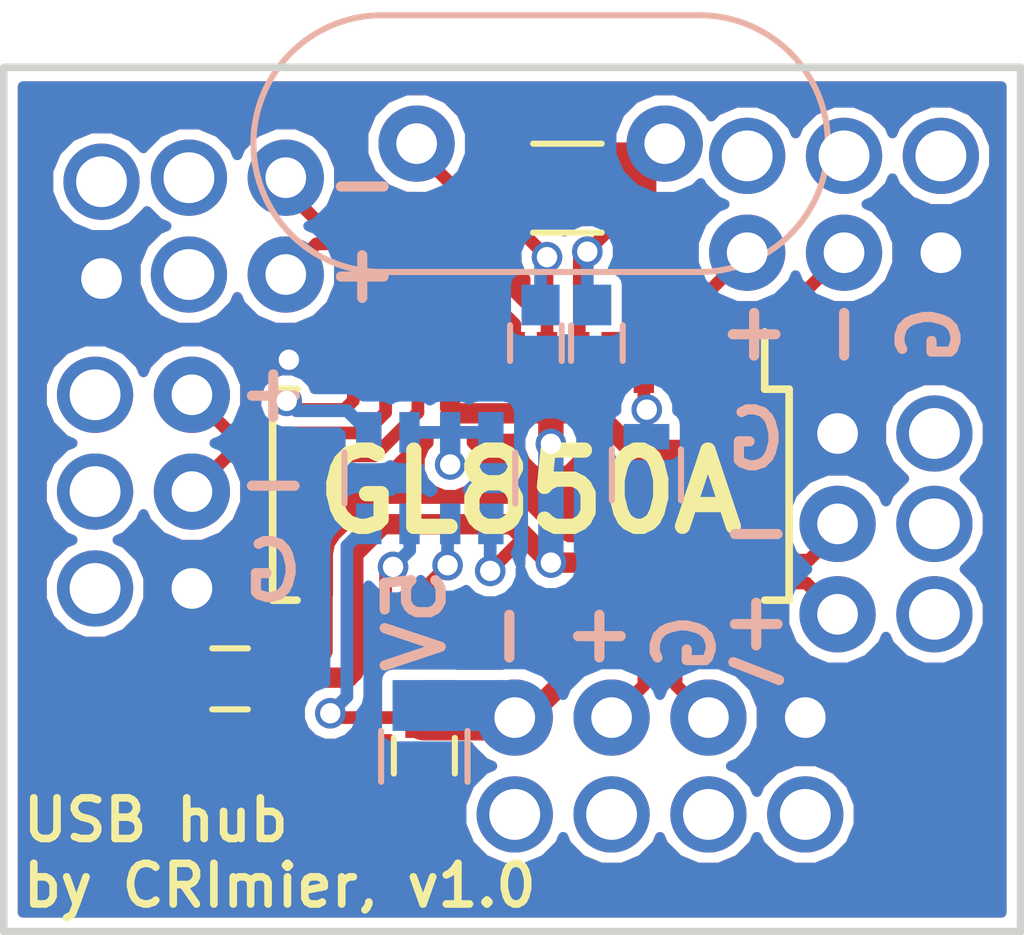
<source format=kicad_pcb>
(kicad_pcb (version 4) (host pcbnew 4.0.7)

  (general
    (links 45)
    (no_connects 0)
    (area 135.924999 84.924999 156.075001 102.075001)
    (thickness 1.6)
    (drawings 12)
    (tracks 138)
    (zones 0)
    (modules 26)
    (nets 23)
  )

  (page A4)
  (layers
    (0 F.Cu signal)
    (31 B.Cu signal)
    (32 B.Adhes user)
    (33 F.Adhes user)
    (34 B.Paste user hide)
    (35 F.Paste user hide)
    (36 B.SilkS user)
    (37 F.SilkS user)
    (38 B.Mask user hide)
    (39 F.Mask user hide)
    (40 Dwgs.User user)
    (41 Cmts.User user)
    (42 Eco1.User user hide)
    (43 Eco2.User user)
    (44 Edge.Cuts user)
    (45 Margin user)
    (46 B.CrtYd user)
    (47 F.CrtYd user)
    (48 B.Fab user hide)
    (49 F.Fab user hide)
  )

  (setup
    (last_trace_width 0.25)
    (user_trace_width 0.4)
    (user_trace_width 0.5)
    (user_trace_width 0.7)
    (user_trace_width 0.9)
    (user_trace_width 1)
    (trace_clearance 0.2)
    (zone_clearance 0.2)
    (zone_45_only no)
    (trace_min 0.2)
    (segment_width 0.2)
    (edge_width 0.15)
    (via_size 0.6)
    (via_drill 0.4)
    (via_min_size 0.4)
    (via_min_drill 0.3)
    (uvia_size 0.3)
    (uvia_drill 0.1)
    (uvias_allowed no)
    (uvia_min_size 0.2)
    (uvia_min_drill 0.1)
    (pcb_text_width 0.3)
    (pcb_text_size 1.5 1.5)
    (mod_edge_width 0.15)
    (mod_text_size 1 1)
    (mod_text_width 0.15)
    (pad_size 1.2 0.8)
    (pad_drill 0)
    (pad_to_mask_clearance 0.2)
    (aux_axis_origin 156 85)
    (visible_elements 7FFFFF7F)
    (pcbplotparams
      (layerselection 0x010f0_80000001)
      (usegerberextensions true)
      (usegerberattributes true)
      (excludeedgelayer true)
      (linewidth 0.200000)
      (plotframeref false)
      (viasonmask false)
      (mode 1)
      (useauxorigin true)
      (hpglpennumber 1)
      (hpglpenspeed 20)
      (hpglpendiameter 15)
      (hpglpenoverlay 2)
      (psnegative false)
      (psa4output false)
      (plotreference true)
      (plotvalue true)
      (plotinvisibletext false)
      (padsonsilk false)
      (subtractmaskfromsilk false)
      (outputformat 1)
      (mirror false)
      (drillshape 0)
      (scaleselection 1)
      (outputdirectory gerbers/))
  )

  (net 0 "")
  (net 1 GND)
  (net 2 +5V)
  (net 3 "Net-(J1-Pad3)")
  (net 4 "Net-(J1-Pad1)")
  (net 5 "Net-(C6-Pad1)")
  (net 6 "Net-(C7-Pad2)")
  (net 7 "Net-(R4-Pad2)")
  (net 8 +3V3)
  (net 9 "Net-(RN1-Pad7)")
  (net 10 "Net-(RN1-Pad6)")
  (net 11 "Net-(J1-Pad4)")
  (net 12 U0-)
  (net 13 U0+)
  (net 14 U1-)
  (net 15 U1+)
  (net 16 U2-)
  (net 17 U2+)
  (net 18 U3-)
  (net 19 U3+)
  (net 20 U4-)
  (net 21 U4+)
  (net 22 "Net-(RN1-Pad1)")

  (net_class Default "This is the default net class."
    (clearance 0.2)
    (trace_width 0.25)
    (via_dia 0.6)
    (via_drill 0.4)
    (uvia_dia 0.3)
    (uvia_drill 0.1)
    (add_net +3V3)
    (add_net +5V)
    (add_net GND)
    (add_net "Net-(C6-Pad1)")
    (add_net "Net-(C7-Pad2)")
    (add_net "Net-(J1-Pad1)")
    (add_net "Net-(J1-Pad3)")
    (add_net "Net-(J1-Pad4)")
    (add_net "Net-(R4-Pad2)")
    (add_net "Net-(RN1-Pad1)")
    (add_net "Net-(RN1-Pad6)")
    (add_net "Net-(RN1-Pad7)")
    (add_net U0+)
    (add_net U0-)
    (add_net U1+)
    (add_net U1-)
    (add_net U2+)
    (add_net U2-)
    (add_net U3+)
    (add_net U3-)
    (add_net U4+)
    (add_net U4-)
  )

  (module Housings_SSOP:SSOP-28_3.9x9.9mm_Pitch0.635mm (layer F.Cu) (tedit 5AE15642) (tstamp 5AE155A5)
    (at 146.3675 93.405 270)
    (descr "SSOP28: plastic shrink small outline package; 28 leads; body width 3.9 mm; lead pitch 0.635; (see http://cds.linear.com/docs/en/datasheet/38901fb.pdf)")
    (tags "SSOP 0.635")
    (path /5AE14F6C)
    (attr smd)
    (fp_text reference U2 (at 0 -5.9 270) (layer F.SilkS) hide
      (effects (font (size 1 1) (thickness 0.15)))
    )
    (fp_text value GL850G (at -0.1 6.2 270) (layer F.Fab)
      (effects (font (size 1 1) (thickness 0.15)))
    )
    (fp_line (start -0.95 -4.95) (end 1.95 -4.95) (layer F.Fab) (width 0.15))
    (fp_line (start 1.95 -4.95) (end 1.95 4.95) (layer F.Fab) (width 0.15))
    (fp_line (start 1.95 4.95) (end -1.95 4.95) (layer F.Fab) (width 0.15))
    (fp_line (start -1.95 4.95) (end -1.95 -4) (layer F.Fab) (width 0.15))
    (fp_line (start -1.95 -4) (end -0.95 -4.95) (layer F.Fab) (width 0.15))
    (fp_line (start -3.45 -5.2) (end -3.45 5.2) (layer F.CrtYd) (width 0.05))
    (fp_line (start 3.45 -5.2) (end 3.45 5.2) (layer F.CrtYd) (width 0.05))
    (fp_line (start -3.45 -5.2) (end 3.45 -5.2) (layer F.CrtYd) (width 0.05))
    (fp_line (start -3.45 5.2) (end 3.45 5.2) (layer F.CrtYd) (width 0.05))
    (fp_line (start -2.075 -5.08) (end -2.075 -4.6) (layer F.SilkS) (width 0.15))
    (fp_line (start 2.075 -5.08) (end 2.075 -4.6) (layer F.SilkS) (width 0.15))
    (fp_line (start 2.075 5.08) (end 2.075 4.6) (layer F.SilkS) (width 0.15))
    (fp_line (start -2.075 5.08) (end -2.075 4.6) (layer F.SilkS) (width 0.15))
    (fp_line (start -2.075 -5.08) (end 2.075 -5.08) (layer F.SilkS) (width 0.15))
    (fp_line (start -2.075 5.08) (end 2.075 5.08) (layer F.SilkS) (width 0.15))
    (fp_line (start -2.075 -4.6) (end -3.2 -4.6) (layer F.SilkS) (width 0.15))
    (fp_text user %R (at 0 0 270) (layer F.Fab)
      (effects (font (size 0.8 0.8) (thickness 0.15)))
    )
    (pad 1 smd rect (at -2.6 -4.1275 270) (size 1.2 0.4) (layers F.Cu F.Paste F.Mask)
      (net 8 +3V3))
    (pad 2 smd rect (at -2.6 -3.4925 270) (size 1.2 0.4) (layers F.Cu F.Paste F.Mask)
      (net 16 U2-))
    (pad 3 smd rect (at -2.6 -2.8575 270) (size 1.2 0.4) (layers F.Cu F.Paste F.Mask)
      (net 17 U2+))
    (pad 4 smd rect (at -2.6 -2.2225 270) (size 1.2 0.4) (layers F.Cu F.Paste F.Mask)
      (net 7 "Net-(R4-Pad2)"))
    (pad 5 smd rect (at -2.6 -1.5875 270) (size 1.2 0.4) (layers F.Cu F.Paste F.Mask)
      (net 8 +3V3))
    (pad 6 smd rect (at -2.6 -0.9525 270) (size 1.2 0.4) (layers F.Cu F.Paste F.Mask)
      (net 5 "Net-(C6-Pad1)"))
    (pad 7 smd rect (at -2.6 -0.3175 270) (size 1.2 0.4) (layers F.Cu F.Paste F.Mask)
      (net 6 "Net-(C7-Pad2)"))
    (pad 8 smd rect (at -2.6 0.3175 270) (size 1.2 0.4) (layers F.Cu F.Paste F.Mask)
      (net 18 U3-))
    (pad 9 smd rect (at -2.6 0.9525 270) (size 1.2 0.4) (layers F.Cu F.Paste F.Mask)
      (net 19 U3+))
    (pad 10 smd rect (at -2.6 1.5875 270) (size 1.2 0.4) (layers F.Cu F.Paste F.Mask)
      (net 8 +3V3))
    (pad 11 smd rect (at -2.6 2.2225 270) (size 1.2 0.4) (layers F.Cu F.Paste F.Mask)
      (net 20 U4-))
    (pad 12 smd rect (at -2.6 2.8575 270) (size 1.2 0.4) (layers F.Cu F.Paste F.Mask)
      (net 21 U4+))
    (pad 13 smd rect (at -2.6 3.4925 270) (size 1.2 0.4) (layers F.Cu F.Paste F.Mask)
      (net 22 "Net-(RN1-Pad1)"))
    (pad 14 smd rect (at -2.6 4.1275 270) (size 1.2 0.4) (layers F.Cu F.Paste F.Mask)
      (net 1 GND))
    (pad 15 smd rect (at 2.6 4.1275 270) (size 1.2 0.4) (layers F.Cu F.Paste F.Mask)
      (net 1 GND))
    (pad 16 smd rect (at 2.6 3.4925 270) (size 1.2 0.4) (layers F.Cu F.Paste F.Mask)
      (net 8 +3V3))
    (pad 17 smd rect (at 2.6 2.8575 270) (size 1.2 0.4) (layers F.Cu F.Paste F.Mask)
      (net 9 "Net-(RN1-Pad7)"))
    (pad 18 smd rect (at 2.6 2.2225 270) (size 1.2 0.4) (layers F.Cu F.Paste F.Mask)
      (net 10 "Net-(RN1-Pad6)"))
    (pad 19 smd rect (at 2.6 1.5875 270) (size 1.2 0.4) (layers F.Cu F.Paste F.Mask)
      (net 4 "Net-(J1-Pad1)"))
    (pad 20 smd rect (at 2.6 0.9525 270) (size 1.2 0.4) (layers F.Cu F.Paste F.Mask)
      (net 3 "Net-(J1-Pad3)"))
    (pad 21 smd rect (at 2.6 0.3175 270) (size 1.2 0.4) (layers F.Cu F.Paste F.Mask))
    (pad 22 smd rect (at 2.6 -0.3175 270) (size 1.2 0.4) (layers F.Cu F.Paste F.Mask)
      (net 11 "Net-(J1-Pad4)"))
    (pad 23 smd rect (at 2.6 -0.9525 270) (size 1.2 0.4) (layers F.Cu F.Paste F.Mask)
      (net 2 +5V))
    (pad 24 smd rect (at 2.6 -1.5875 270) (size 1.2 0.4) (layers F.Cu F.Paste F.Mask)
      (net 8 +3V3))
    (pad 25 smd rect (at 2.6 -2.2225 270) (size 1.2 0.4) (layers F.Cu F.Paste F.Mask)
      (net 12 U0-))
    (pad 26 smd rect (at 2.6 -2.8575 270) (size 1.2 0.4) (layers F.Cu F.Paste F.Mask)
      (net 13 U0+))
    (pad 27 smd rect (at 2.6 -3.4925 270) (size 1.2 0.4) (layers F.Cu F.Paste F.Mask)
      (net 14 U1-))
    (pad 28 smd rect (at 2.6 -4.1275 270) (size 1.2 0.4) (layers F.Cu F.Paste F.Mask)
      (net 15 U1+))
    (model ${KISYS3DMOD}/Housings_SSOP.3dshapes/SSOP-28_3.9x9.9mm_Pitch0.635mm.wrl
      (at (xyz 0 0 0))
      (scale (xyz 1 1 1))
      (rotate (xyz 0 0 0))
    )
  )

  (module Capacitors_SMD:C_0603 (layer F.Cu) (tedit 5AE14C13) (tstamp 5939F94A)
    (at 144.272 98.54 270)
    (descr "Capacitor SMD 0603, reflow soldering, AVX (see smccp.pdf)")
    (tags "capacitor 0603")
    (path /5939F7C4)
    (attr smd)
    (fp_text reference C3 (at 0 -1.5 270) (layer F.SilkS) hide
      (effects (font (size 1 1) (thickness 0.15)))
    )
    (fp_text value C (at 0 1.5 270) (layer F.Fab)
      (effects (font (size 1 1) (thickness 0.15)))
    )
    (fp_text user %R (at 0 -1.5 270) (layer F.Fab)
      (effects (font (size 1 1) (thickness 0.15)))
    )
    (fp_line (start -0.8 0.4) (end -0.8 -0.4) (layer F.Fab) (width 0.1))
    (fp_line (start 0.8 0.4) (end -0.8 0.4) (layer F.Fab) (width 0.1))
    (fp_line (start 0.8 -0.4) (end 0.8 0.4) (layer F.Fab) (width 0.1))
    (fp_line (start -0.8 -0.4) (end 0.8 -0.4) (layer F.Fab) (width 0.1))
    (fp_line (start -0.35 -0.6) (end 0.35 -0.6) (layer F.SilkS) (width 0.12))
    (fp_line (start 0.35 0.6) (end -0.35 0.6) (layer F.SilkS) (width 0.12))
    (fp_line (start -1.4 -0.65) (end 1.4 -0.65) (layer F.CrtYd) (width 0.05))
    (fp_line (start -1.4 -0.65) (end -1.4 0.65) (layer F.CrtYd) (width 0.05))
    (fp_line (start 1.4 0.65) (end 1.4 -0.65) (layer F.CrtYd) (width 0.05))
    (fp_line (start 1.4 0.65) (end -1.4 0.65) (layer F.CrtYd) (width 0.05))
    (pad 1 smd rect (at -0.75 0 270) (size 0.8 0.75) (layers F.Cu F.Paste F.Mask)
      (net 2 +5V))
    (pad 2 smd rect (at 0.75 0 270) (size 0.8 0.75) (layers F.Cu F.Paste F.Mask)
      (net 1 GND))
    (model Capacitors_SMD.3dshapes/C_0603.wrl
      (at (xyz 0 0 0))
      (scale (xyz 1 1 1))
      (rotate (xyz 0 0 0))
    )
  )

  (module Capacitors_SMD:C_0805 (layer B.Cu) (tedit 5AE14BFD) (tstamp 5939F950)
    (at 144.272 98.552 270)
    (descr "Capacitor SMD 0805, reflow soldering, AVX (see smccp.pdf)")
    (tags "capacitor 0805")
    (path /5939F79B)
    (attr smd)
    (fp_text reference C4 (at 0 1.5 270) (layer B.SilkS) hide
      (effects (font (size 1 1) (thickness 0.15)) (justify mirror))
    )
    (fp_text value C (at 0 -1.75 270) (layer B.Fab)
      (effects (font (size 1 1) (thickness 0.15)) (justify mirror))
    )
    (fp_text user %R (at 0 1.5 270) (layer B.Fab)
      (effects (font (size 1 1) (thickness 0.15)) (justify mirror))
    )
    (fp_line (start -1 -0.62) (end -1 0.62) (layer B.Fab) (width 0.1))
    (fp_line (start 1 -0.62) (end -1 -0.62) (layer B.Fab) (width 0.1))
    (fp_line (start 1 0.62) (end 1 -0.62) (layer B.Fab) (width 0.1))
    (fp_line (start -1 0.62) (end 1 0.62) (layer B.Fab) (width 0.1))
    (fp_line (start 0.5 0.85) (end -0.5 0.85) (layer B.SilkS) (width 0.12))
    (fp_line (start -0.5 -0.85) (end 0.5 -0.85) (layer B.SilkS) (width 0.12))
    (fp_line (start -1.75 0.88) (end 1.75 0.88) (layer B.CrtYd) (width 0.05))
    (fp_line (start -1.75 0.88) (end -1.75 -0.87) (layer B.CrtYd) (width 0.05))
    (fp_line (start 1.75 -0.87) (end 1.75 0.88) (layer B.CrtYd) (width 0.05))
    (fp_line (start 1.75 -0.87) (end -1.75 -0.87) (layer B.CrtYd) (width 0.05))
    (pad 1 smd rect (at -1 0 270) (size 1 1.25) (layers B.Cu B.Paste B.Mask)
      (net 2 +5V))
    (pad 2 smd rect (at 1 0 270) (size 1 1.25) (layers B.Cu B.Paste B.Mask)
      (net 1 GND))
    (model Capacitors_SMD.3dshapes/C_0805.wrl
      (at (xyz 0 0 0))
      (scale (xyz 1 1 1))
      (rotate (xyz 0 0 0))
    )
  )

  (module Capacitors_SMD:C_0603 (layer B.Cu) (tedit 5AE15656) (tstamp 5AE15534)
    (at 147.574 90.424 270)
    (descr "Capacitor SMD 0603, reflow soldering, AVX (see smccp.pdf)")
    (tags "capacitor 0603")
    (path /5AE16D76)
    (attr smd)
    (fp_text reference C6 (at 0 1.5 270) (layer B.SilkS) hide
      (effects (font (size 1 1) (thickness 0.15)) (justify mirror))
    )
    (fp_text value C_Small (at 0 -1.5 270) (layer B.Fab)
      (effects (font (size 1 1) (thickness 0.15)) (justify mirror))
    )
    (fp_line (start 1.4 -0.65) (end -1.4 -0.65) (layer B.CrtYd) (width 0.05))
    (fp_line (start 1.4 -0.65) (end 1.4 0.65) (layer B.CrtYd) (width 0.05))
    (fp_line (start -1.4 0.65) (end -1.4 -0.65) (layer B.CrtYd) (width 0.05))
    (fp_line (start -1.4 0.65) (end 1.4 0.65) (layer B.CrtYd) (width 0.05))
    (fp_line (start 0.35 -0.6) (end -0.35 -0.6) (layer B.SilkS) (width 0.12))
    (fp_line (start -0.35 0.6) (end 0.35 0.6) (layer B.SilkS) (width 0.12))
    (fp_line (start -0.8 0.4) (end 0.8 0.4) (layer B.Fab) (width 0.1))
    (fp_line (start 0.8 0.4) (end 0.8 -0.4) (layer B.Fab) (width 0.1))
    (fp_line (start 0.8 -0.4) (end -0.8 -0.4) (layer B.Fab) (width 0.1))
    (fp_line (start -0.8 -0.4) (end -0.8 0.4) (layer B.Fab) (width 0.1))
    (fp_text user %R (at 0 0 270) (layer B.Fab)
      (effects (font (size 0.3 0.3) (thickness 0.075)) (justify mirror))
    )
    (pad 2 smd rect (at 0.75 0 270) (size 0.8 0.75) (layers B.Cu B.Paste B.Mask)
      (net 1 GND))
    (pad 1 smd rect (at -0.75 0 270) (size 0.8 0.75) (layers B.Cu B.Paste B.Mask)
      (net 5 "Net-(C6-Pad1)"))
    (model Capacitors_SMD.3dshapes/C_0603.wrl
      (at (xyz 0 0 0))
      (scale (xyz 1 1 1))
      (rotate (xyz 0 0 0))
    )
  )

  (module Capacitors_SMD:C_0603 (layer B.Cu) (tedit 5AE15658) (tstamp 5AE1553A)
    (at 146.558 90.424 90)
    (descr "Capacitor SMD 0603, reflow soldering, AVX (see smccp.pdf)")
    (tags "capacitor 0603")
    (path /5AE16DE7)
    (attr smd)
    (fp_text reference C7 (at 0 1.5 90) (layer B.SilkS) hide
      (effects (font (size 1 1) (thickness 0.15)) (justify mirror))
    )
    (fp_text value C_Small (at 0 -1.5 90) (layer B.Fab)
      (effects (font (size 1 1) (thickness 0.15)) (justify mirror))
    )
    (fp_line (start 1.4 -0.65) (end -1.4 -0.65) (layer B.CrtYd) (width 0.05))
    (fp_line (start 1.4 -0.65) (end 1.4 0.65) (layer B.CrtYd) (width 0.05))
    (fp_line (start -1.4 0.65) (end -1.4 -0.65) (layer B.CrtYd) (width 0.05))
    (fp_line (start -1.4 0.65) (end 1.4 0.65) (layer B.CrtYd) (width 0.05))
    (fp_line (start 0.35 -0.6) (end -0.35 -0.6) (layer B.SilkS) (width 0.12))
    (fp_line (start -0.35 0.6) (end 0.35 0.6) (layer B.SilkS) (width 0.12))
    (fp_line (start -0.8 0.4) (end 0.8 0.4) (layer B.Fab) (width 0.1))
    (fp_line (start 0.8 0.4) (end 0.8 -0.4) (layer B.Fab) (width 0.1))
    (fp_line (start 0.8 -0.4) (end -0.8 -0.4) (layer B.Fab) (width 0.1))
    (fp_line (start -0.8 -0.4) (end -0.8 0.4) (layer B.Fab) (width 0.1))
    (fp_text user %R (at 0 0 90) (layer B.Fab)
      (effects (font (size 0.3 0.3) (thickness 0.075)) (justify mirror))
    )
    (pad 2 smd rect (at 0.75 0 90) (size 0.8 0.75) (layers B.Cu B.Paste B.Mask)
      (net 6 "Net-(C7-Pad2)"))
    (pad 1 smd rect (at -0.75 0 90) (size 0.8 0.75) (layers B.Cu B.Paste B.Mask)
      (net 1 GND))
    (model Capacitors_SMD.3dshapes/C_0603.wrl
      (at (xyz 0 0 0))
      (scale (xyz 1 1 1))
      (rotate (xyz 0 0 0))
    )
  )

  (module Resistors_SMD:R_0603 (layer B.Cu) (tedit 5AE15654) (tstamp 5AE1554A)
    (at 148.6408 93.0148 90)
    (descr "Resistor SMD 0603, reflow soldering, Vishay (see dcrcw.pdf)")
    (tags "resistor 0603")
    (path /5AE1678B)
    (attr smd)
    (fp_text reference R4 (at 0 1.45 90) (layer B.SilkS) hide
      (effects (font (size 1 1) (thickness 0.15)) (justify mirror))
    )
    (fp_text value 680R (at 0 -1.5 90) (layer B.Fab)
      (effects (font (size 1 1) (thickness 0.15)) (justify mirror))
    )
    (fp_text user %R (at 0 0 90) (layer B.Fab)
      (effects (font (size 0.4 0.4) (thickness 0.075)) (justify mirror))
    )
    (fp_line (start -0.8 -0.4) (end -0.8 0.4) (layer B.Fab) (width 0.1))
    (fp_line (start 0.8 -0.4) (end -0.8 -0.4) (layer B.Fab) (width 0.1))
    (fp_line (start 0.8 0.4) (end 0.8 -0.4) (layer B.Fab) (width 0.1))
    (fp_line (start -0.8 0.4) (end 0.8 0.4) (layer B.Fab) (width 0.1))
    (fp_line (start 0.5 -0.68) (end -0.5 -0.68) (layer B.SilkS) (width 0.12))
    (fp_line (start -0.5 0.68) (end 0.5 0.68) (layer B.SilkS) (width 0.12))
    (fp_line (start -1.25 0.7) (end 1.25 0.7) (layer B.CrtYd) (width 0.05))
    (fp_line (start -1.25 0.7) (end -1.25 -0.7) (layer B.CrtYd) (width 0.05))
    (fp_line (start 1.25 -0.7) (end 1.25 0.7) (layer B.CrtYd) (width 0.05))
    (fp_line (start 1.25 -0.7) (end -1.25 -0.7) (layer B.CrtYd) (width 0.05))
    (pad 1 smd rect (at -0.75 0 90) (size 0.5 0.9) (layers B.Cu B.Paste B.Mask)
      (net 1 GND))
    (pad 2 smd rect (at 0.75 0 90) (size 0.5 0.9) (layers B.Cu B.Paste B.Mask)
      (net 7 "Net-(R4-Pad2)"))
    (model ${KISYS3DMOD}/Resistors_SMD.3dshapes/R_0603.wrl
      (at (xyz 0 0 0))
      (scale (xyz 1 1 1))
      (rotate (xyz 0 0 0))
    )
  )

  (module Resistors_SMD:R_Array_Convex_4x0603 (layer B.Cu) (tedit 5AE1563D) (tstamp 5AE15556)
    (at 144.38 93.08 270)
    (descr "Chip Resistor Network, ROHM MNR14 (see mnr_g.pdf)")
    (tags "resistor array")
    (path /5AE16F88)
    (attr smd)
    (fp_text reference RN1 (at 0 2.8 270) (layer B.SilkS) hide
      (effects (font (size 1 1) (thickness 0.15)) (justify mirror))
    )
    (fp_text value R_Pack04 (at 0 -2.8 270) (layer B.Fab)
      (effects (font (size 1 1) (thickness 0.15)) (justify mirror))
    )
    (fp_text user %R (at 0 0 540) (layer B.Fab)
      (effects (font (size 0.5 0.5) (thickness 0.075)) (justify mirror))
    )
    (fp_line (start -0.8 1.6) (end 0.8 1.6) (layer B.Fab) (width 0.1))
    (fp_line (start 0.8 1.6) (end 0.8 -1.6) (layer B.Fab) (width 0.1))
    (fp_line (start 0.8 -1.6) (end -0.8 -1.6) (layer B.Fab) (width 0.1))
    (fp_line (start -0.8 -1.6) (end -0.8 1.6) (layer B.Fab) (width 0.1))
    (fp_line (start 0.5 -1.68) (end -0.5 -1.68) (layer B.SilkS) (width 0.12))
    (fp_line (start 0.5 1.68) (end -0.5 1.68) (layer B.SilkS) (width 0.12))
    (fp_line (start -1.55 1.85) (end 1.55 1.85) (layer B.CrtYd) (width 0.05))
    (fp_line (start -1.55 1.85) (end -1.55 -1.85) (layer B.CrtYd) (width 0.05))
    (fp_line (start 1.55 -1.85) (end 1.55 1.85) (layer B.CrtYd) (width 0.05))
    (fp_line (start 1.55 -1.85) (end -1.55 -1.85) (layer B.CrtYd) (width 0.05))
    (pad 1 smd rect (at -0.9 1.2 270) (size 0.8 0.5) (layers B.Cu B.Paste B.Mask)
      (net 22 "Net-(RN1-Pad1)"))
    (pad 3 smd rect (at -0.9 -0.4 270) (size 0.8 0.4) (layers B.Cu B.Paste B.Mask)
      (net 8 +3V3))
    (pad 2 smd rect (at -0.9 0.4 270) (size 0.8 0.4) (layers B.Cu B.Paste B.Mask)
      (net 8 +3V3))
    (pad 4 smd rect (at -0.9 -1.2 270) (size 0.8 0.5) (layers B.Cu B.Paste B.Mask)
      (net 8 +3V3))
    (pad 7 smd rect (at 0.9 0.4 270) (size 0.8 0.4) (layers B.Cu B.Paste B.Mask)
      (net 9 "Net-(RN1-Pad7)"))
    (pad 8 smd rect (at 0.9 1.2 270) (size 0.8 0.5) (layers B.Cu B.Paste B.Mask)
      (net 2 +5V))
    (pad 6 smd rect (at 0.9 -0.4 270) (size 0.8 0.4) (layers B.Cu B.Paste B.Mask)
      (net 10 "Net-(RN1-Pad6)"))
    (pad 5 smd rect (at 0.9 -1.2 270) (size 0.8 0.5) (layers B.Cu B.Paste B.Mask)
      (net 8 +3V3))
    (model ${KISYS3DMOD}/Resistors_SMD.3dshapes/R_Array_Convex_4x0603.wrl
      (at (xyz 0 0 0))
      (scale (xyz 1 1 1))
      (rotate (xyz 0 0 0))
    )
  )

  (module Capacitors_SMD:C_0603 (layer F.Cu) (tedit 5AE2B40A) (tstamp 5AE2B427)
    (at 140.45 97.028 180)
    (descr "Capacitor SMD 0603, reflow soldering, AVX (see smccp.pdf)")
    (tags "capacitor 0603")
    (path /5AE2B94D)
    (attr smd)
    (fp_text reference C8 (at 0 -1.5 180) (layer F.SilkS) hide
      (effects (font (size 1 1) (thickness 0.15)))
    )
    (fp_text value C (at 0 1.5 180) (layer F.Fab)
      (effects (font (size 1 1) (thickness 0.15)))
    )
    (fp_line (start 1.4 0.65) (end -1.4 0.65) (layer F.CrtYd) (width 0.05))
    (fp_line (start 1.4 0.65) (end 1.4 -0.65) (layer F.CrtYd) (width 0.05))
    (fp_line (start -1.4 -0.65) (end -1.4 0.65) (layer F.CrtYd) (width 0.05))
    (fp_line (start -1.4 -0.65) (end 1.4 -0.65) (layer F.CrtYd) (width 0.05))
    (fp_line (start 0.35 0.6) (end -0.35 0.6) (layer F.SilkS) (width 0.12))
    (fp_line (start -0.35 -0.6) (end 0.35 -0.6) (layer F.SilkS) (width 0.12))
    (fp_line (start -0.8 -0.4) (end 0.8 -0.4) (layer F.Fab) (width 0.1))
    (fp_line (start 0.8 -0.4) (end 0.8 0.4) (layer F.Fab) (width 0.1))
    (fp_line (start 0.8 0.4) (end -0.8 0.4) (layer F.Fab) (width 0.1))
    (fp_line (start -0.8 0.4) (end -0.8 -0.4) (layer F.Fab) (width 0.1))
    (fp_text user %R (at 0 0 180) (layer F.Fab)
      (effects (font (size 0.3 0.3) (thickness 0.075)))
    )
    (pad 2 smd rect (at 0.75 0 180) (size 0.8 0.75) (layers F.Cu F.Paste F.Mask)
      (net 1 GND))
    (pad 1 smd rect (at -0.75 0 180) (size 0.8 0.75) (layers F.Cu F.Paste F.Mask)
      (net 8 +3V3))
    (model Capacitors_SMD.3dshapes/C_0603.wrl
      (at (xyz 0 0 0))
      (scale (xyz 1 1 1))
      (rotate (xyz 0 0 0))
    )
  )

  (module Crystals:Crystal_SMD_3215-2pin_3.2x1.5mm (layer F.Cu) (tedit 5AE4F354) (tstamp 5AE49710)
    (at 147.086 87.376 180)
    (descr "SMD Crystal FC-135 https://support.epson.biz/td/api/doc_check.php?dl=brief_FC-135R_en.pdf")
    (tags "SMD SMT Crystal")
    (path /5AE168DF)
    (attr smd)
    (fp_text reference Y1 (at 0 -2 180) (layer F.SilkS) hide
      (effects (font (size 1 1) (thickness 0.15)))
    )
    (fp_text value Crystal (at 0 2 180) (layer F.Fab)
      (effects (font (size 1 1) (thickness 0.15)))
    )
    (fp_text user %R (at 0 -2 180) (layer F.Fab)
      (effects (font (size 1 1) (thickness 0.15)))
    )
    (fp_line (start -2 -1.15) (end 2 -1.15) (layer F.CrtYd) (width 0.05))
    (fp_line (start -1.6 -0.75) (end -1.6 0.75) (layer F.Fab) (width 0.1))
    (fp_line (start -0.675 0.875) (end 0.675 0.875) (layer F.SilkS) (width 0.12))
    (fp_line (start -0.675 -0.875) (end 0.675 -0.875) (layer F.SilkS) (width 0.12))
    (fp_line (start 1.6 -0.75) (end 1.6 0.75) (layer F.Fab) (width 0.1))
    (fp_line (start -1.6 -0.75) (end 1.6 -0.75) (layer F.Fab) (width 0.1))
    (fp_line (start -1.6 0.75) (end 1.6 0.75) (layer F.Fab) (width 0.1))
    (fp_line (start -2 1.15) (end 2 1.15) (layer F.CrtYd) (width 0.05))
    (fp_line (start -2 -1.15) (end -2 1.15) (layer F.CrtYd) (width 0.05))
    (fp_line (start 2 -1.15) (end 2 1.15) (layer F.CrtYd) (width 0.05))
    (pad 1 smd rect (at 1.25 0 180) (size 1 1.8) (layers F.Cu F.Paste F.Mask)
      (net 6 "Net-(C7-Pad2)"))
    (pad 2 smd rect (at -1.25 0 180) (size 1 1.8) (layers F.Cu F.Paste F.Mask)
      (net 5 "Net-(C6-Pad1)"))
    (model ${KISYS3DMOD}/Crystals.3dshapes/Crystal_SMD_3215-2pin_3.2x1.5mm.wrl
      (at (xyz 0 0 0))
      (scale (xyz 1 1 1))
      (rotate (xyz 0 0 0))
    )
  )

  (module gl850a_small_hub:StrainReliefPoint (layer F.Cu) (tedit 5AE4E86B) (tstamp 5AE4E703)
    (at 137.922 87.884 270)
    (path /5AE5001C)
    (fp_text reference TP9 (at 0.635 1.27 270) (layer F.SilkS) hide
      (effects (font (size 1 1) (thickness 0.15)))
    )
    (fp_text value TEST (at 0.635 -1.27 270) (layer F.Fab)
      (effects (font (size 1 1) (thickness 0.15)))
    )
    (pad 1 thru_hole circle (at 1.27 0 270) (size 1.5 1.5) (drill 0.8) (layers *.Cu *.Mask)
      (net 1 GND))
    (pad "" np_thru_hole circle (at -0.635 0 270) (size 1.5 1.5) (drill 1) (layers *.Cu *.Mask))
  )

  (module gl850a_small_hub:StrainReliefPoint (layer F.Cu) (tedit 5AE4E867) (tstamp 5AE4E709)
    (at 140.276273 87.170031)
    (path /5AE50022)
    (fp_text reference TP10 (at 0.635 1.27) (layer F.SilkS) hide
      (effects (font (size 1 1) (thickness 0.15)))
    )
    (fp_text value TEST (at 0.635 -1.27) (layer F.Fab)
      (effects (font (size 1 1) (thickness 0.15)))
    )
    (pad 1 thru_hole circle (at 1.27 0) (size 1.5 1.5) (drill 0.8) (layers *.Cu *.Mask)
      (net 18 U3-))
    (pad "" np_thru_hole circle (at -0.635 0) (size 1.5 1.5) (drill 1) (layers *.Cu *.Mask))
  )

  (module gl850a_small_hub:StrainReliefPoint (layer F.Cu) (tedit 5AE4E869) (tstamp 5AE4E70F)
    (at 140.276273 89.075031)
    (path /5AE500CF)
    (fp_text reference TP11 (at 0.635 1.27) (layer F.SilkS) hide
      (effects (font (size 1 1) (thickness 0.15)))
    )
    (fp_text value TEST (at 0.635 -1.27) (layer F.Fab)
      (effects (font (size 1 1) (thickness 0.15)))
    )
    (pad 1 thru_hole circle (at 1.27 0) (size 1.5 1.5) (drill 0.8) (layers *.Cu *.Mask)
      (net 19 U3+))
    (pad "" np_thru_hole circle (at -0.635 0) (size 1.5 1.5) (drill 1) (layers *.Cu *.Mask))
  )

  (module gl850a_small_hub:StrainReliefPoint (layer F.Cu) (tedit 5AE4E870) (tstamp 5AE4E715)
    (at 154.432 87.376 270)
    (path /5AE500D5)
    (fp_text reference TP12 (at 0.635 1.27 270) (layer F.SilkS) hide
      (effects (font (size 1 1) (thickness 0.15)))
    )
    (fp_text value TEST (at 0.635 -1.27 270) (layer F.Fab)
      (effects (font (size 1 1) (thickness 0.15)))
    )
    (pad 1 thru_hole circle (at 1.27 0 270) (size 1.5 1.5) (drill 0.8) (layers *.Cu *.Mask)
      (net 1 GND))
    (pad "" np_thru_hole circle (at -0.635 0 270) (size 1.5 1.5) (drill 1) (layers *.Cu *.Mask))
  )

  (module gl850a_small_hub:StrainReliefPoint (layer F.Cu) (tedit 5AE4E860) (tstamp 5AE4E71B)
    (at 138.43 93.345)
    (path /5AE500DB)
    (fp_text reference TP13 (at 0.635 1.27) (layer F.SilkS) hide
      (effects (font (size 1 1) (thickness 0.15)))
    )
    (fp_text value TEST (at 0.635 -1.27) (layer F.Fab)
      (effects (font (size 1 1) (thickness 0.15)))
    )
    (pad 1 thru_hole circle (at 1.27 0) (size 1.5 1.5) (drill 0.8) (layers *.Cu *.Mask)
      (net 20 U4-))
    (pad "" np_thru_hole circle (at -0.635 0) (size 1.5 1.5) (drill 1) (layers *.Cu *.Mask))
  )

  (module gl850a_small_hub:StrainReliefPoint (layer F.Cu) (tedit 5AE4E862) (tstamp 5AE4E721)
    (at 138.43 91.44)
    (path /5AE500E1)
    (fp_text reference TP14 (at 0.635 1.27) (layer F.SilkS) hide
      (effects (font (size 1 1) (thickness 0.15)))
    )
    (fp_text value TEST (at 0.635 -1.27) (layer F.Fab)
      (effects (font (size 1 1) (thickness 0.15)))
    )
    (pad 1 thru_hole circle (at 1.27 0) (size 1.5 1.5) (drill 0.8) (layers *.Cu *.Mask)
      (net 21 U4+))
    (pad "" np_thru_hole circle (at -0.635 0) (size 1.5 1.5) (drill 1) (layers *.Cu *.Mask))
  )

  (module gl850a_small_hub:StrainReliefPoint (layer F.Cu) (tedit 5AE4E864) (tstamp 5AE4E727)
    (at 138.43 95.25)
    (path /5AE500E7)
    (fp_text reference TP15 (at 0.635 1.27) (layer F.SilkS) hide
      (effects (font (size 1 1) (thickness 0.15)))
    )
    (fp_text value TEST (at 0.635 -1.27) (layer F.Fab)
      (effects (font (size 1 1) (thickness 0.15)))
    )
    (pad 1 thru_hole circle (at 1.27 0) (size 1.5 1.5) (drill 0.8) (layers *.Cu *.Mask)
      (net 1 GND))
    (pad "" np_thru_hole circle (at -0.635 0) (size 1.5 1.5) (drill 1) (layers *.Cu *.Mask))
  )

  (module gl850a_small_hub:StrainReliefPoint (layer F.Cu) (tedit 5AE4E881) (tstamp 5AE4E7BD)
    (at 147.955 99.06 90)
    (path /5AE4FAAC)
    (fp_text reference TP1 (at 0.635 1.27 90) (layer F.SilkS) hide
      (effects (font (size 1 1) (thickness 0.15)))
    )
    (fp_text value TEST (at 0.635 -1.27 90) (layer F.Fab)
      (effects (font (size 1 1) (thickness 0.15)))
    )
    (pad 1 thru_hole circle (at 1.27 0 90) (size 1.5 1.5) (drill 0.8) (layers *.Cu *.Mask)
      (net 12 U0-))
    (pad "" np_thru_hole circle (at -0.635 0 90) (size 1.5 1.5) (drill 1) (layers *.Cu *.Mask))
  )

  (module gl850a_small_hub:StrainReliefPoint (layer F.Cu) (tedit 5AE4E884) (tstamp 5AE4E7C2)
    (at 149.86 99.06 90)
    (path /5AE4FE7B)
    (fp_text reference TP2 (at 0.635 1.27 90) (layer F.SilkS) hide
      (effects (font (size 1 1) (thickness 0.15)))
    )
    (fp_text value TEST (at 0.635 -1.27 90) (layer F.Fab)
      (effects (font (size 1 1) (thickness 0.15)))
    )
    (pad 1 thru_hole circle (at 1.27 0 90) (size 1.5 1.5) (drill 0.8) (layers *.Cu *.Mask)
      (net 13 U0+))
    (pad "" np_thru_hole circle (at -0.635 0 90) (size 1.5 1.5) (drill 1) (layers *.Cu *.Mask))
  )

  (module gl850a_small_hub:StrainReliefPoint (layer F.Cu) (tedit 5AE4E87D) (tstamp 5AE4E7C7)
    (at 153.67 92.202 180)
    (path /5AE4FEBE)
    (fp_text reference TP3 (at 0.635 1.27 180) (layer F.SilkS) hide
      (effects (font (size 1 1) (thickness 0.15)))
    )
    (fp_text value TEST (at 0.635 -1.27 180) (layer F.Fab)
      (effects (font (size 1 1) (thickness 0.15)))
    )
    (pad 1 thru_hole circle (at 1.27 0 180) (size 1.5 1.5) (drill 0.8) (layers *.Cu *.Mask)
      (net 1 GND))
    (pad "" np_thru_hole circle (at -0.635 0 180) (size 1.5 1.5) (drill 1) (layers *.Cu *.Mask))
  )

  (module gl850a_small_hub:StrainReliefPoint (layer F.Cu) (tedit 5AE4E879) (tstamp 5AE4E7CC)
    (at 153.67 93.98 180)
    (path /5AE4FEF8)
    (fp_text reference TP4 (at 0.635 1.27 180) (layer F.SilkS) hide
      (effects (font (size 1 1) (thickness 0.15)))
    )
    (fp_text value TEST (at 0.635 -1.27 180) (layer F.Fab)
      (effects (font (size 1 1) (thickness 0.15)))
    )
    (pad 1 thru_hole circle (at 1.27 0 180) (size 1.5 1.5) (drill 0.8) (layers *.Cu *.Mask)
      (net 14 U1-))
    (pad "" np_thru_hole circle (at -0.635 0 180) (size 1.5 1.5) (drill 1) (layers *.Cu *.Mask))
  )

  (module gl850a_small_hub:StrainReliefPoint (layer F.Cu) (tedit 5AE4E87B) (tstamp 5AE4E7D1)
    (at 153.67 95.758 180)
    (path /5AE4FF35)
    (fp_text reference TP5 (at 0.635 1.27 180) (layer F.SilkS) hide
      (effects (font (size 1 1) (thickness 0.15)))
    )
    (fp_text value TEST (at 0.635 -1.27 180) (layer F.Fab)
      (effects (font (size 1 1) (thickness 0.15)))
    )
    (pad 1 thru_hole circle (at 1.27 0 180) (size 1.5 1.5) (drill 0.8) (layers *.Cu *.Mask)
      (net 15 U1+))
    (pad "" np_thru_hole circle (at -0.635 0 180) (size 1.5 1.5) (drill 1) (layers *.Cu *.Mask))
  )

  (module gl850a_small_hub:StrainReliefPoint (layer F.Cu) (tedit 5AE4E887) (tstamp 5AE4E7D6)
    (at 151.765 99.06 90)
    (path /5AE5000A)
    (fp_text reference TP6 (at 0.635 1.27 90) (layer F.SilkS) hide
      (effects (font (size 1 1) (thickness 0.15)))
    )
    (fp_text value TEST (at 0.635 -1.27 90) (layer F.Fab)
      (effects (font (size 1 1) (thickness 0.15)))
    )
    (pad 1 thru_hole circle (at 1.27 0 90) (size 1.5 1.5) (drill 0.8) (layers *.Cu *.Mask)
      (net 1 GND))
    (pad "" np_thru_hole circle (at -0.635 0 90) (size 1.5 1.5) (drill 1) (layers *.Cu *.Mask))
  )

  (module gl850a_small_hub:StrainReliefPoint (layer F.Cu) (tedit 5AE4E876) (tstamp 5AE4E7DB)
    (at 152.527 87.376 270)
    (path /5AE50010)
    (fp_text reference TP7 (at 0.635 1.27 270) (layer F.SilkS) hide
      (effects (font (size 1 1) (thickness 0.15)))
    )
    (fp_text value TEST (at 0.635 -1.27 270) (layer F.Fab)
      (effects (font (size 1 1) (thickness 0.15)))
    )
    (pad 1 thru_hole circle (at 1.27 0 270) (size 1.5 1.5) (drill 0.8) (layers *.Cu *.Mask)
      (net 16 U2-))
    (pad "" np_thru_hole circle (at -0.635 0 270) (size 1.5 1.5) (drill 1) (layers *.Cu *.Mask))
  )

  (module gl850a_small_hub:StrainReliefPoint (layer F.Cu) (tedit 5AE4E872) (tstamp 5AE4E7E0)
    (at 150.622 87.376 270)
    (path /5AE50016)
    (fp_text reference TP8 (at 0.635 1.27 270) (layer F.SilkS) hide
      (effects (font (size 1 1) (thickness 0.15)))
    )
    (fp_text value TEST (at 0.635 -1.27 270) (layer F.Fab)
      (effects (font (size 1 1) (thickness 0.15)))
    )
    (pad 1 thru_hole circle (at 1.27 0 270) (size 1.5 1.5) (drill 0.8) (layers *.Cu *.Mask)
      (net 17 U2+))
    (pad "" np_thru_hole circle (at -0.635 0 270) (size 1.5 1.5) (drill 1) (layers *.Cu *.Mask))
  )

  (module gl850a_small_hub:StrainReliefPoint (layer F.Cu) (tedit 5AE4E93F) (tstamp 5AE4EC3D)
    (at 146.05 99.06 90)
    (path /5AE503B4)
    (fp_text reference TP16 (at 0.635 1.27 90) (layer F.SilkS) hide
      (effects (font (size 1 1) (thickness 0.15)))
    )
    (fp_text value TEST (at 0.635 -1.27 90) (layer F.Fab)
      (effects (font (size 1 1) (thickness 0.15)))
    )
    (pad 1 thru_hole circle (at 1.27 0 90) (size 1.5 1.5) (drill 0.8) (layers *.Cu *.Mask)
      (net 2 +5V))
    (pad "" np_thru_hole circle (at -0.635 0 90) (size 1.5 1.5) (drill 1) (layers *.Cu *.Mask))
  )

  (module Crystals:Crystal_HC49-U_Vertical (layer B.Cu) (tedit 5AE4F375) (tstamp 5AE4F33B)
    (at 144.12 86.5)
    (descr "Crystal THT HC-49/U http://5hertz.com/pdfs/04404_D.pdf")
    (tags "THT crystalHC-49/U")
    (path /5AE4EF65)
    (fp_text reference Y2 (at 2.44 3.525) (layer B.SilkS) hide
      (effects (font (size 1 1) (thickness 0.15)) (justify mirror))
    )
    (fp_text value Crystal (at 2.44 -3.525) (layer B.Fab)
      (effects (font (size 1 1) (thickness 0.15)) (justify mirror))
    )
    (fp_text user %R (at 2.44 0) (layer B.Fab)
      (effects (font (size 1 1) (thickness 0.15)) (justify mirror))
    )
    (fp_line (start -0.685 2.325) (end 5.565 2.325) (layer B.Fab) (width 0.1))
    (fp_line (start -0.685 -2.325) (end 5.565 -2.325) (layer B.Fab) (width 0.1))
    (fp_line (start -0.56 2) (end 5.44 2) (layer B.Fab) (width 0.1))
    (fp_line (start -0.56 -2) (end 5.44 -2) (layer B.Fab) (width 0.1))
    (fp_line (start -0.685 2.525) (end 5.565 2.525) (layer B.SilkS) (width 0.12))
    (fp_line (start -0.685 -2.525) (end 5.565 -2.525) (layer B.SilkS) (width 0.12))
    (fp_line (start -3.5 2.8) (end -3.5 -2.8) (layer B.CrtYd) (width 0.05))
    (fp_line (start -3.5 -2.8) (end 8.4 -2.8) (layer B.CrtYd) (width 0.05))
    (fp_line (start 8.4 -2.8) (end 8.4 2.8) (layer B.CrtYd) (width 0.05))
    (fp_line (start 8.4 2.8) (end -3.5 2.8) (layer B.CrtYd) (width 0.05))
    (fp_arc (start -0.685 0) (end -0.685 2.325) (angle 180) (layer B.Fab) (width 0.1))
    (fp_arc (start 5.565 0) (end 5.565 2.325) (angle -180) (layer B.Fab) (width 0.1))
    (fp_arc (start -0.56 0) (end -0.56 2) (angle 180) (layer B.Fab) (width 0.1))
    (fp_arc (start 5.44 0) (end 5.44 2) (angle -180) (layer B.Fab) (width 0.1))
    (fp_arc (start -0.685 0) (end -0.685 2.525) (angle 180) (layer B.SilkS) (width 0.12))
    (fp_arc (start 5.565 0) (end 5.565 2.525) (angle -180) (layer B.SilkS) (width 0.12))
    (pad 1 thru_hole circle (at 0 0) (size 1.5 1.5) (drill 0.8) (layers *.Cu *.Mask)
      (net 6 "Net-(C7-Pad2)"))
    (pad 2 thru_hole circle (at 4.88 0) (size 1.5 1.5) (drill 0.8) (layers *.Cu *.Mask)
      (net 5 "Net-(C6-Pad1)"))
    (model ${KISYS3DMOD}/Crystals.3dshapes/Crystal_HC49-U_Vertical.wrl
      (at (xyz 0 0 0))
      (scale (xyz 0.393701 0.393701 0.393701))
      (rotate (xyz 0 0 0))
    )
  )

  (gr_text GL850A (at 146.35 93.35) (layer F.SilkS)
    (effects (font (size 1.5 1.5) (thickness 0.3)))
  )
  (gr_text "USB hub\nby CRImier, v1.0" (at 136.3 100.45) (layer F.SilkS)
    (effects (font (size 0.8 0.8) (thickness 0.15)) (justify left))
  )
  (gr_text "-\n+" (at 143.05 88.15) (layer B.SilkS) (tstamp 5AE7BBEE)
    (effects (font (size 1.1 1.1) (thickness 0.2)) (justify mirror))
  )
  (gr_line (start 150.35 96.7) (end 151.25 97.05) (layer B.SilkS) (width 0.2))
  (gr_text "5V\n-\n+\nG" (at 146.75 97 90) (layer B.SilkS) (tstamp 5AE7BB93)
    (effects (font (size 1.1 1.1) (thickness 0.2)) (justify right mirror))
  )
  (gr_text "+\n-\nG" (at 152.45 90.25 90) (layer B.SilkS) (tstamp 5AE7BB70)
    (effects (font (size 1.1 1.1) (thickness 0.2)) (justify mirror))
  )
  (gr_text "G\n-\n+" (at 150.8 94.1 360) (layer B.SilkS) (tstamp 5AE7BB50)
    (effects (font (size 1.1 1.1) (thickness 0.2)) (justify mirror))
  )
  (gr_text "+\n-\nG" (at 141.3 93.15) (layer B.SilkS)
    (effects (font (size 1.1 1.1) (thickness 0.2)) (justify mirror))
  )
  (gr_line (start 136 102) (end 136 85) (layer Edge.Cuts) (width 0.15))
  (gr_line (start 156 102) (end 136 102) (layer Edge.Cuts) (width 0.15))
  (gr_line (start 156 85) (end 156 102) (layer Edge.Cuts) (width 0.15))
  (gr_line (start 136 85) (end 156 85) (layer Edge.Cuts) (width 0.15))

  (segment (start 142.24 90.805) (end 141.66108 90.805) (width 0.25) (layer F.Cu) (net 1))
  (segment (start 140.97 90.805) (end 141.55388 90.805) (width 0.25) (layer B.Cu) (net 1))
  (via (at 141.60748 90.7514) (size 0.6) (drill 0.4) (layers F.Cu B.Cu) (net 1))
  (segment (start 141.66108 90.805) (end 141.60748 90.7514) (width 0.25) (layer F.Cu) (net 1))
  (segment (start 141.55388 90.805) (end 141.60748 90.7514) (width 0.25) (layer B.Cu) (net 1))
  (segment (start 142.506834 97.79) (end 142.421845 97.705011) (width 0.25) (layer F.Cu) (net 2))
  (segment (start 144.272 97.79) (end 142.506834 97.79) (width 0.25) (layer F.Cu) (net 2))
  (segment (start 142.748 94.412) (end 142.748 97.378856) (width 0.25) (layer B.Cu) (net 2))
  (segment (start 143.18 93.98) (end 142.748 94.412) (width 0.25) (layer B.Cu) (net 2))
  (segment (start 142.748 97.378856) (end 142.421845 97.705011) (width 0.25) (layer B.Cu) (net 2))
  (via (at 142.421845 97.705011) (size 0.6) (drill 0.4) (layers F.Cu B.Cu) (net 2))
  (segment (start 147.32 96.774) (end 146.304 97.79) (width 0.4) (layer F.Cu) (net 2))
  (segment (start 146.304 97.79) (end 146.05 97.79) (width 0.4) (layer F.Cu) (net 2))
  (segment (start 147.32 96.005) (end 147.32 96.774) (width 0.4) (layer F.Cu) (net 2))
  (segment (start 144.272 97.79) (end 146.05 97.79) (width 0.9) (layer F.Cu) (net 2))
  (segment (start 144.272 97.552) (end 145.812 97.552) (width 1) (layer B.Cu) (net 2))
  (segment (start 145.812 97.552) (end 146.05 97.79) (width 1) (layer B.Cu) (net 2))
  (segment (start 148.336 87.376) (end 148.336 87.164) (width 0.25) (layer F.Cu) (net 5))
  (segment (start 148.336 87.164) (end 149 86.5) (width 0.25) (layer F.Cu) (net 5))
  (segment (start 148.336 87.376) (end 148.336 87.766005) (width 0.25) (layer F.Cu) (net 5))
  (segment (start 148.336 87.766005) (end 147.477597 88.624408) (width 0.25) (layer F.Cu) (net 5))
  (segment (start 147.477597 88.624408) (end 147.477597 89.577597) (width 0.25) (layer B.Cu) (net 5))
  (segment (start 147.477597 89.577597) (end 147.574 89.674) (width 0.25) (layer B.Cu) (net 5))
  (segment (start 147.32 88.9) (end 147.32 88.782005) (width 0.25) (layer F.Cu) (net 5))
  (segment (start 147.32 88.782005) (end 147.477597 88.624408) (width 0.25) (layer F.Cu) (net 5))
  (via (at 147.477597 88.624408) (size 0.6) (drill 0.4) (layers F.Cu B.Cu) (net 5))
  (segment (start 147.32 90.805) (end 147.32 88.9) (width 0.25) (layer F.Cu) (net 5))
  (segment (start 144.876 87.376) (end 144.12 86.62) (width 0.25) (layer F.Cu) (net 6))
  (segment (start 144.12 86.62) (end 144.12 86.5) (width 0.25) (layer F.Cu) (net 6))
  (segment (start 145.836 87.376) (end 144.876 87.376) (width 0.25) (layer F.Cu) (net 6))
  (segment (start 145.836 87.376) (end 145.836 87.884) (width 0.25) (layer F.Cu) (net 6))
  (segment (start 145.836 87.884) (end 146.685 88.733) (width 0.25) (layer F.Cu) (net 6))
  (segment (start 146.558 89.674) (end 146.558 88.86) (width 0.25) (layer B.Cu) (net 6))
  (segment (start 146.558 88.86) (end 146.685 88.733) (width 0.25) (layer B.Cu) (net 6))
  (segment (start 146.685 90.805) (end 146.685 89.662) (width 0.25) (layer F.Cu) (net 6))
  (segment (start 146.685 88.733) (end 146.685 89.662) (width 0.25) (layer F.Cu) (net 6))
  (via (at 146.685 88.733) (size 0.6) (drill 0.4) (layers F.Cu B.Cu) (net 6))
  (segment (start 148.6408 92.2648) (end 148.6408 91.738885) (width 0.25) (layer B.Cu) (net 7))
  (segment (start 148.6408 91.738885) (end 148.647184 91.732501) (width 0.25) (layer B.Cu) (net 7))
  (segment (start 148.59 90.805) (end 148.59 91.675317) (width 0.25) (layer F.Cu) (net 7))
  (segment (start 148.59 91.675317) (end 148.647184 91.732501) (width 0.25) (layer F.Cu) (net 7))
  (via (at 148.647184 91.732501) (size 0.6) (drill 0.4) (layers F.Cu B.Cu) (net 7))
  (segment (start 147.955 90.805) (end 147.955 91.313) (width 0.4) (layer F.Cu) (net 8))
  (segment (start 147.955 91.313) (end 147.920001 91.347999) (width 0.4) (layer F.Cu) (net 8))
  (segment (start 147.920001 91.347999) (end 147.920001 91.713) (width 0.4) (layer F.Cu) (net 8))
  (segment (start 147.920001 91.713) (end 147.828 91.805001) (width 0.4) (layer F.Cu) (net 8))
  (segment (start 146.7612 91.805001) (end 144.894999 91.805001) (width 0.4) (layer F.Cu) (net 8))
  (segment (start 146.7612 91.805001) (end 147.828 91.805001) (width 0.4) (layer F.Cu) (net 8))
  (segment (start 144.894999 91.805001) (end 144.78 91.690002) (width 0.4) (layer F.Cu) (net 8))
  (segment (start 145.5674 94.904998) (end 145.5674 93.9926) (width 0.25) (layer B.Cu) (net 8))
  (segment (start 145.5674 93.9926) (end 145.58 93.98) (width 0.25) (layer B.Cu) (net 8))
  (segment (start 146.177 94.1578) (end 146.7612 94.742) (width 0.4) (layer F.Cu) (net 8))
  (segment (start 146.006026 93.986826) (end 146.177 94.1578) (width 0.4) (layer F.Cu) (net 8))
  (segment (start 146.177 94.1578) (end 146.177 94.295398) (width 0.25) (layer F.Cu) (net 8))
  (segment (start 146.177 94.295398) (end 145.5674 94.904998) (width 0.25) (layer F.Cu) (net 8))
  (via (at 145.5674 94.904998) (size 0.6) (drill 0.4) (layers F.Cu B.Cu) (net 8))
  (segment (start 144.78 92.18) (end 145.58 92.18) (width 0.25) (layer B.Cu) (net 8))
  (segment (start 143.98 92.18) (end 144.78 92.18) (width 0.25) (layer B.Cu) (net 8))
  (segment (start 144.78 92.8116) (end 144.78 92.18) (width 0.25) (layer B.Cu) (net 8))
  (segment (start 144.78 91.690002) (end 144.78 92.8116) (width 0.25) (layer F.Cu) (net 8))
  (via (at 144.78 92.8116) (size 0.6) (drill 0.4) (layers F.Cu B.Cu) (net 8))
  (segment (start 141.222999 97.005001) (end 141.2 97.028) (width 0.4) (layer F.Cu) (net 8))
  (segment (start 142.875 96.890002) (end 142.760001 97.005001) (width 0.4) (layer F.Cu) (net 8))
  (segment (start 142.875 96.005) (end 142.875 96.890002) (width 0.4) (layer F.Cu) (net 8))
  (segment (start 142.760001 97.005001) (end 141.222999 97.005001) (width 0.4) (layer F.Cu) (net 8))
  (segment (start 142.875 96.005) (end 142.875 94.565596) (width 0.4) (layer F.Cu) (net 8))
  (segment (start 142.875 94.565596) (end 143.45377 93.986826) (width 0.4) (layer F.Cu) (net 8))
  (segment (start 143.45377 93.986826) (end 146.006026 93.986826) (width 0.4) (layer F.Cu) (net 8))
  (segment (start 146.7612 92.4052) (end 146.7612 91.855801) (width 0.5) (layer F.Cu) (net 8))
  (segment (start 146.7612 94.742) (end 146.7612 92.4052) (width 0.5) (layer B.Cu) (net 8))
  (via (at 146.7612 92.4052) (size 0.6) (drill 0.4) (layers F.Cu B.Cu) (net 8))
  (segment (start 146.7612 94.742) (end 147.577002 94.742) (width 0.4) (layer F.Cu) (net 8))
  (via (at 146.7612 94.742) (size 0.6) (drill 0.4) (layers F.Cu B.Cu) (net 8))
  (segment (start 147.828 91.805001) (end 147.828 91.980484) (width 0.4) (layer F.Cu) (net 8))
  (segment (start 147.828 91.980484) (end 148.372807 92.525291) (width 0.4) (layer F.Cu) (net 8))
  (segment (start 148.372807 92.525291) (end 149.764453 92.525291) (width 0.4) (layer F.Cu) (net 8))
  (segment (start 149.764453 92.525291) (end 150.495 91.794744) (width 0.4) (layer F.Cu) (net 8))
  (segment (start 150.495 91.794744) (end 150.495 90.805) (width 0.4) (layer F.Cu) (net 8))
  (segment (start 144.78 90.805) (end 144.78 91.690002) (width 0.4) (layer F.Cu) (net 8))
  (segment (start 147.955 95.119998) (end 147.955 96.005) (width 0.4) (layer F.Cu) (net 8))
  (segment (start 147.577002 94.742) (end 147.955 95.119998) (width 0.4) (layer F.Cu) (net 8))
  (segment (start 143.51 94.97228) (end 143.656524 94.825756) (width 0.25) (layer F.Cu) (net 9))
  (segment (start 143.51 96.005) (end 143.51 94.97228) (width 0.25) (layer F.Cu) (net 9))
  (segment (start 143.984003 94.498277) (end 143.656524 94.825756) (width 0.25) (layer B.Cu) (net 9))
  (segment (start 143.98 93.98) (end 143.984003 93.984003) (width 0.25) (layer B.Cu) (net 9))
  (via (at 143.656524 94.825756) (size 0.6) (drill 0.4) (layers F.Cu B.Cu) (net 9))
  (segment (start 143.984003 93.984003) (end 143.984003 94.498277) (width 0.25) (layer B.Cu) (net 9))
  (segment (start 144.7292 94.7928) (end 144.7292 94.0308) (width 0.25) (layer B.Cu) (net 10))
  (segment (start 144.7292 94.0308) (end 144.78 93.98) (width 0.25) (layer B.Cu) (net 10))
  (segment (start 144.145 96.005) (end 144.145 95.377) (width 0.25) (layer F.Cu) (net 10))
  (segment (start 144.145 95.377) (end 144.7292 94.7928) (width 0.25) (layer F.Cu) (net 10))
  (via (at 144.7292 94.7928) (size 0.6) (drill 0.4) (layers F.Cu B.Cu) (net 10))
  (segment (start 148.59 96.005) (end 148.59 97.155) (width 0.25) (layer F.Cu) (net 12))
  (segment (start 148.59 97.155) (end 147.955 97.79) (width 0.25) (layer F.Cu) (net 12))
  (segment (start 149.225 96.005) (end 149.225 97.155) (width 0.25) (layer F.Cu) (net 13))
  (segment (start 149.225 97.155) (end 149.86 97.79) (width 0.25) (layer F.Cu) (net 13))
  (segment (start 152.4 93.98) (end 152.4 94.12987) (width 0.25) (layer F.Cu) (net 14))
  (segment (start 152.4 94.12987) (end 151.836239 94.693631) (width 0.25) (layer F.Cu) (net 14))
  (segment (start 151.836239 94.693631) (end 150.421367 94.693631) (width 0.25) (layer F.Cu) (net 14))
  (segment (start 150.421367 94.693631) (end 149.86 95.254998) (width 0.25) (layer F.Cu) (net 14))
  (segment (start 149.86 95.254998) (end 149.86 96.005) (width 0.25) (layer F.Cu) (net 14))
  (segment (start 152.4 95.758) (end 151.785641 95.143641) (width 0.25) (layer F.Cu) (net 15))
  (segment (start 151.785641 95.143641) (end 150.728359 95.143641) (width 0.25) (layer F.Cu) (net 15))
  (segment (start 150.728359 95.143641) (end 150.495 95.377) (width 0.25) (layer F.Cu) (net 15))
  (segment (start 150.495 95.377) (end 150.495 96.005) (width 0.25) (layer F.Cu) (net 15))
  (segment (start 149.86 90.805) (end 149.86 90.133999) (width 0.25) (layer F.Cu) (net 16))
  (segment (start 149.86 90.133999) (end 150.272998 89.721001) (width 0.25) (layer F.Cu) (net 16))
  (segment (start 150.272998 89.721001) (end 151.451999 89.721001) (width 0.25) (layer F.Cu) (net 16))
  (segment (start 151.451999 89.721001) (end 152.527 88.646) (width 0.25) (layer F.Cu) (net 16))
  (segment (start 149.225 90.805) (end 149.225 90.054998) (width 0.25) (layer F.Cu) (net 17))
  (segment (start 149.225 90.054998) (end 150.622 88.657998) (width 0.25) (layer F.Cu) (net 17))
  (segment (start 150.622 88.657998) (end 150.622 88.646) (width 0.25) (layer F.Cu) (net 17))
  (segment (start 141.546273 87.170031) (end 141.546273 87.407045) (width 0.25) (layer F.Cu) (net 18))
  (segment (start 141.546273 87.407045) (end 142.160816 88.021588) (width 0.25) (layer F.Cu) (net 18))
  (segment (start 142.160816 88.021588) (end 144.018 88.021588) (width 0.25) (layer F.Cu) (net 18))
  (segment (start 144.018 88.021588) (end 146.05 90.053588) (width 0.25) (layer F.Cu) (net 18))
  (segment (start 146.05 90.053588) (end 146.05 90.805) (width 0.25) (layer F.Cu) (net 18))
  (segment (start 141.546273 89.075031) (end 142.149706 88.471598) (width 0.25) (layer F.Cu) (net 19))
  (segment (start 142.149706 88.471598) (end 143.8316 88.471598) (width 0.25) (layer F.Cu) (net 19))
  (segment (start 143.8316 88.471598) (end 145.415 90.054998) (width 0.25) (layer F.Cu) (net 19))
  (segment (start 145.415 90.054998) (end 145.415 90.660211) (width 0.25) (layer F.Cu) (net 19))
  (segment (start 145.415 90.660211) (end 145.415 90.805) (width 0.25) (layer F.Cu) (net 19))
  (segment (start 143.292817 92.641442) (end 140.403558 92.641442) (width 0.25) (layer F.Cu) (net 20))
  (segment (start 144.145 90.805) (end 144.145 91.789259) (width 0.25) (layer F.Cu) (net 20))
  (segment (start 144.145 91.789259) (end 143.292817 92.641442) (width 0.25) (layer F.Cu) (net 20))
  (segment (start 140.403558 92.641442) (end 139.7 93.345) (width 0.25) (layer F.Cu) (net 20))
  (segment (start 143.51 91.787848) (end 143.51 90.805) (width 0.25) (layer F.Cu) (net 21))
  (segment (start 143.106417 92.191431) (end 143.51 91.787848) (width 0.25) (layer F.Cu) (net 21))
  (segment (start 140.451431 92.191431) (end 143.106417 92.191431) (width 0.25) (layer F.Cu) (net 21))
  (segment (start 139.7 91.44) (end 140.451431 92.191431) (width 0.25) (layer F.Cu) (net 21))
  (segment (start 143.18 92.18) (end 142.754222 91.754222) (width 0.25) (layer B.Cu) (net 22))
  (segment (start 142.754222 91.754222) (end 141.758389 91.754222) (width 0.25) (layer B.Cu) (net 22))
  (segment (start 141.758389 91.754222) (end 141.564838 91.560671) (width 0.25) (layer B.Cu) (net 22))
  (segment (start 141.734168 91.730001) (end 141.564838 91.560671) (width 0.25) (layer F.Cu) (net 22))
  (segment (start 142.875 91.555002) (end 142.700001 91.730001) (width 0.25) (layer F.Cu) (net 22))
  (segment (start 142.875 90.805) (end 142.875 91.555002) (width 0.25) (layer F.Cu) (net 22))
  (segment (start 142.700001 91.730001) (end 141.734168 91.730001) (width 0.25) (layer F.Cu) (net 22))
  (via (at 141.564838 91.560671) (size 0.6) (drill 0.4) (layers F.Cu B.Cu) (net 22))

  (zone (net 1) (net_name GND) (layer F.Cu) (tstamp 0) (hatch edge 0.508)
    (connect_pads yes (clearance 0.2))
    (min_thickness 0.2)
    (fill yes (arc_segments 16) (thermal_gap 0.508) (thermal_bridge_width 0.508))
    (polygon
      (pts
        (xy 136 85) (xy 156 85) (xy 156 102) (xy 136 102)
      )
    )
    (filled_polygon
      (pts
        (xy 155.625 101.625) (xy 136.375 101.625) (xy 136.375 96.653) (xy 140.494123 96.653) (xy 140.494123 97.403)
        (xy 140.515042 97.514173) (xy 140.580745 97.616279) (xy 140.680997 97.684778) (xy 140.8 97.708877) (xy 141.6 97.708877)
        (xy 141.711173 97.687958) (xy 141.813279 97.622255) (xy 141.821928 97.609597) (xy 141.821741 97.823835) (xy 141.912893 98.04444)
        (xy 142.081528 98.21337) (xy 142.301974 98.304907) (xy 142.540669 98.305115) (xy 142.758764 98.215) (xy 143.595827 98.215)
        (xy 143.612042 98.301173) (xy 143.677745 98.403279) (xy 143.777997 98.471778) (xy 143.897 98.495877) (xy 144.050177 98.495877)
        (xy 144.272 98.54) (xy 145.315062 98.54) (xy 145.454446 98.679628) (xy 145.605754 98.742457) (xy 145.456 98.804334)
        (xy 145.160372 99.099446) (xy 145.000182 99.485226) (xy 144.999818 99.902942) (xy 145.159334 100.289) (xy 145.454446 100.584628)
        (xy 145.840226 100.744818) (xy 146.257942 100.745182) (xy 146.644 100.585666) (xy 146.939628 100.290554) (xy 147.002457 100.139246)
        (xy 147.064334 100.289) (xy 147.359446 100.584628) (xy 147.745226 100.744818) (xy 148.162942 100.745182) (xy 148.549 100.585666)
        (xy 148.844628 100.290554) (xy 148.907457 100.139246) (xy 148.969334 100.289) (xy 149.264446 100.584628) (xy 149.650226 100.744818)
        (xy 150.067942 100.745182) (xy 150.454 100.585666) (xy 150.749628 100.290554) (xy 150.812457 100.139246) (xy 150.874334 100.289)
        (xy 151.169446 100.584628) (xy 151.555226 100.744818) (xy 151.972942 100.745182) (xy 152.359 100.585666) (xy 152.654628 100.290554)
        (xy 152.814818 99.904774) (xy 152.815182 99.487058) (xy 152.655666 99.101) (xy 152.360554 98.805372) (xy 151.974774 98.645182)
        (xy 151.557058 98.644818) (xy 151.171 98.804334) (xy 150.875372 99.099446) (xy 150.812543 99.250754) (xy 150.750666 99.101)
        (xy 150.455554 98.805372) (xy 150.304246 98.742543) (xy 150.454 98.680666) (xy 150.749628 98.385554) (xy 150.909818 97.999774)
        (xy 150.910182 97.582058) (xy 150.750666 97.196) (xy 150.466041 96.910877) (xy 150.695 96.910877) (xy 150.806173 96.889958)
        (xy 150.908279 96.824255) (xy 150.976778 96.724003) (xy 151.000877 96.605) (xy 151.000877 95.568641) (xy 151.350164 95.568641)
        (xy 151.349818 95.965942) (xy 151.509334 96.352) (xy 151.804446 96.647628) (xy 152.190226 96.807818) (xy 152.607942 96.808182)
        (xy 152.994 96.648666) (xy 153.289628 96.353554) (xy 153.352457 96.202246) (xy 153.414334 96.352) (xy 153.709446 96.647628)
        (xy 154.095226 96.807818) (xy 154.512942 96.808182) (xy 154.899 96.648666) (xy 155.194628 96.353554) (xy 155.354818 95.967774)
        (xy 155.355182 95.550058) (xy 155.195666 95.164) (xy 154.900925 94.868744) (xy 155.194628 94.575554) (xy 155.354818 94.189774)
        (xy 155.355182 93.772058) (xy 155.195666 93.386) (xy 154.900925 93.090744) (xy 155.194628 92.797554) (xy 155.354818 92.411774)
        (xy 155.355182 91.994058) (xy 155.195666 91.608) (xy 154.900554 91.312372) (xy 154.514774 91.152182) (xy 154.097058 91.151818)
        (xy 153.711 91.311334) (xy 153.415372 91.606446) (xy 153.255182 91.992226) (xy 153.254818 92.409942) (xy 153.414334 92.796)
        (xy 153.709075 93.091256) (xy 153.415372 93.384446) (xy 153.352543 93.535754) (xy 153.290666 93.386) (xy 152.995554 93.090372)
        (xy 152.609774 92.930182) (xy 152.192058 92.929818) (xy 151.806 93.089334) (xy 151.510372 93.384446) (xy 151.350182 93.770226)
        (xy 151.349818 94.187942) (xy 151.383158 94.268631) (xy 150.421367 94.268631) (xy 150.258726 94.300982) (xy 150.120847 94.39311)
        (xy 149.55948 94.954478) (xy 149.467351 95.092357) (xy 149.466715 95.095553) (xy 149.464418 95.107105) (xy 149.425 95.099123)
        (xy 149.025 95.099123) (xy 148.913827 95.120042) (xy 148.908913 95.123204) (xy 148.79 95.099123) (xy 148.450848 95.099123)
        (xy 148.41694 94.928656) (xy 148.308553 94.766445) (xy 147.930555 94.388447) (xy 147.768344 94.28006) (xy 147.577002 94.242)
        (xy 147.109861 94.242) (xy 147.101517 94.233641) (xy 146.881071 94.142104) (xy 146.8684 94.142093) (xy 146.530556 93.80425)
        (xy 146.530554 93.804247) (xy 146.359579 93.633273) (xy 146.197368 93.524886) (xy 146.006026 93.486826) (xy 143.45377 93.486826)
        (xy 143.262428 93.524886) (xy 143.100216 93.633273) (xy 142.521447 94.212043) (xy 142.41306 94.374254) (xy 142.375 94.565596)
        (xy 142.375 95.375979) (xy 142.369123 95.405) (xy 142.369123 96.505001) (xy 141.861261 96.505001) (xy 141.819255 96.439721)
        (xy 141.719003 96.371222) (xy 141.6 96.347123) (xy 140.8 96.347123) (xy 140.688827 96.368042) (xy 140.586721 96.433745)
        (xy 140.518222 96.533997) (xy 140.494123 96.653) (xy 136.375 96.653) (xy 136.375 91.647942) (xy 136.744818 91.647942)
        (xy 136.904334 92.034) (xy 137.199446 92.329628) (xy 137.350754 92.392457) (xy 137.201 92.454334) (xy 136.905372 92.749446)
        (xy 136.745182 93.135226) (xy 136.744818 93.552942) (xy 136.904334 93.939) (xy 137.199446 94.234628) (xy 137.350754 94.297457)
        (xy 137.201 94.359334) (xy 136.905372 94.654446) (xy 136.745182 95.040226) (xy 136.744818 95.457942) (xy 136.904334 95.844)
        (xy 137.199446 96.139628) (xy 137.585226 96.299818) (xy 138.002942 96.300182) (xy 138.389 96.140666) (xy 138.684628 95.845554)
        (xy 138.844818 95.459774) (xy 138.845182 95.042058) (xy 138.685666 94.656) (xy 138.390554 94.360372) (xy 138.239246 94.297543)
        (xy 138.389 94.235666) (xy 138.684628 93.940554) (xy 138.747457 93.789246) (xy 138.809334 93.939) (xy 139.104446 94.234628)
        (xy 139.490226 94.394818) (xy 139.907942 94.395182) (xy 140.294 94.235666) (xy 140.589628 93.940554) (xy 140.749818 93.554774)
        (xy 140.750182 93.137058) (xy 140.721004 93.066442) (xy 143.292817 93.066442) (xy 143.428474 93.039458) (xy 143.455458 93.034091)
        (xy 143.593337 92.941962) (xy 144.355 92.1803) (xy 144.355 92.38807) (xy 144.271641 92.471283) (xy 144.180104 92.691729)
        (xy 144.179896 92.930424) (xy 144.271048 93.151029) (xy 144.439683 93.319959) (xy 144.660129 93.411496) (xy 144.898824 93.411704)
        (xy 145.119429 93.320552) (xy 145.288359 93.151917) (xy 145.379896 92.931471) (xy 145.380104 92.692776) (xy 145.288952 92.472171)
        (xy 145.205 92.388072) (xy 145.205 92.305001) (xy 146.161287 92.305001) (xy 146.161096 92.524024) (xy 146.252248 92.744629)
        (xy 146.420883 92.913559) (xy 146.641329 93.005096) (xy 146.880024 93.005304) (xy 147.100629 92.914152) (xy 147.269559 92.745517)
        (xy 147.361096 92.525071) (xy 147.361288 92.305001) (xy 147.455046 92.305001) (xy 147.474447 92.334037) (xy 148.019253 92.878844)
        (xy 148.162023 92.97424) (xy 148.181465 92.987231) (xy 148.372807 93.025291) (xy 149.764453 93.025291) (xy 149.955795 92.987231)
        (xy 150.118006 92.878844) (xy 150.848553 92.148298) (xy 150.95694 91.986086) (xy 150.96374 91.951899) (xy 150.995 91.794744)
        (xy 150.995 91.434021) (xy 151.000877 91.405) (xy 151.000877 90.205) (xy 150.989775 90.146001) (xy 151.451999 90.146001)
        (xy 151.587656 90.119017) (xy 151.61464 90.11365) (xy 151.752519 90.021521) (xy 152.148347 89.625693) (xy 152.317226 89.695818)
        (xy 152.734942 89.696182) (xy 153.121 89.536666) (xy 153.416628 89.241554) (xy 153.576818 88.855774) (xy 153.577182 88.438058)
        (xy 153.417666 88.052) (xy 153.122554 87.756372) (xy 152.971246 87.693543) (xy 153.121 87.631666) (xy 153.416628 87.336554)
        (xy 153.479457 87.185246) (xy 153.541334 87.335) (xy 153.836446 87.630628) (xy 154.222226 87.790818) (xy 154.639942 87.791182)
        (xy 155.026 87.631666) (xy 155.321628 87.336554) (xy 155.481818 86.950774) (xy 155.482182 86.533058) (xy 155.322666 86.147)
        (xy 155.027554 85.851372) (xy 154.641774 85.691182) (xy 154.224058 85.690818) (xy 153.838 85.850334) (xy 153.542372 86.145446)
        (xy 153.479543 86.296754) (xy 153.417666 86.147) (xy 153.122554 85.851372) (xy 152.736774 85.691182) (xy 152.319058 85.690818)
        (xy 151.933 85.850334) (xy 151.637372 86.145446) (xy 151.574543 86.296754) (xy 151.512666 86.147) (xy 151.217554 85.851372)
        (xy 150.831774 85.691182) (xy 150.414058 85.690818) (xy 150.028 85.850334) (xy 149.914486 85.96365) (xy 149.890666 85.906)
        (xy 149.595554 85.610372) (xy 149.209774 85.450182) (xy 148.792058 85.449818) (xy 148.406 85.609334) (xy 148.110372 85.904446)
        (xy 148.000053 86.170123) (xy 147.836 86.170123) (xy 147.724827 86.191042) (xy 147.622721 86.256745) (xy 147.554222 86.356997)
        (xy 147.530123 86.476) (xy 147.530123 87.970842) (xy 147.476558 88.024407) (xy 147.358773 88.024304) (xy 147.138168 88.115456)
        (xy 147.027051 88.226378) (xy 147.025317 88.224641) (xy 146.804871 88.133104) (xy 146.686041 88.133) (xy 146.641877 88.088836)
        (xy 146.641877 86.476) (xy 146.620958 86.364827) (xy 146.555255 86.262721) (xy 146.455003 86.194222) (xy 146.336 86.170123)
        (xy 145.336 86.170123) (xy 145.224827 86.191042) (xy 145.148687 86.240036) (xy 145.010666 85.906) (xy 144.715554 85.610372)
        (xy 144.329774 85.450182) (xy 143.912058 85.449818) (xy 143.526 85.609334) (xy 143.230372 85.904446) (xy 143.070182 86.290226)
        (xy 143.069818 86.707942) (xy 143.229334 87.094) (xy 143.524446 87.389628) (xy 143.910226 87.549818) (xy 144.327942 87.550182)
        (xy 144.413705 87.514746) (xy 144.575479 87.67652) (xy 144.64215 87.721068) (xy 144.71336 87.768649) (xy 144.876 87.801)
        (xy 145.030123 87.801) (xy 145.030123 88.276) (xy 145.051042 88.387173) (xy 145.116745 88.489279) (xy 145.216997 88.557778)
        (xy 145.336 88.581877) (xy 145.932837 88.581877) (xy 146.084999 88.734039) (xy 146.084896 88.851824) (xy 146.176048 89.072429)
        (xy 146.26 89.156528) (xy 146.26 89.662548) (xy 144.31852 87.721068) (xy 144.180641 87.628939) (xy 144.153657 87.623572)
        (xy 144.018 87.596588) (xy 142.506075 87.596588) (xy 142.596091 87.379805) (xy 142.596455 86.962089) (xy 142.436939 86.576031)
        (xy 142.141827 86.280403) (xy 141.756047 86.120213) (xy 141.338331 86.119849) (xy 140.952273 86.279365) (xy 140.656645 86.574477)
        (xy 140.593816 86.725785) (xy 140.531939 86.576031) (xy 140.236827 86.280403) (xy 139.851047 86.120213) (xy 139.433331 86.119849)
        (xy 139.047273 86.279365) (xy 138.751645 86.574477) (xy 138.745957 86.588175) (xy 138.517554 86.359372) (xy 138.131774 86.199182)
        (xy 137.714058 86.198818) (xy 137.328 86.358334) (xy 137.032372 86.653446) (xy 136.872182 87.039226) (xy 136.871818 87.456942)
        (xy 137.031334 87.843) (xy 137.326446 88.138628) (xy 137.712226 88.298818) (xy 138.129942 88.299182) (xy 138.516 88.139666)
        (xy 138.811628 87.844554) (xy 138.817316 87.830856) (xy 139.045719 88.059659) (xy 139.197027 88.122488) (xy 139.047273 88.184365)
        (xy 138.751645 88.479477) (xy 138.591455 88.865257) (xy 138.591091 89.282973) (xy 138.750607 89.669031) (xy 139.045719 89.964659)
        (xy 139.431499 90.124849) (xy 139.849215 90.125213) (xy 140.235273 89.965697) (xy 140.530901 89.670585) (xy 140.59373 89.519277)
        (xy 140.655607 89.669031) (xy 140.950719 89.964659) (xy 141.336499 90.124849) (xy 141.754215 90.125213) (xy 142.140273 89.965697)
        (xy 142.435901 89.670585) (xy 142.596091 89.284805) (xy 142.596429 88.896598) (xy 143.65556 88.896598) (xy 144.658084 89.899123)
        (xy 144.58 89.899123) (xy 144.468827 89.920042) (xy 144.463913 89.923204) (xy 144.345 89.899123) (xy 143.945 89.899123)
        (xy 143.833827 89.920042) (xy 143.828913 89.923204) (xy 143.71 89.899123) (xy 143.31 89.899123) (xy 143.198827 89.920042)
        (xy 143.193913 89.923204) (xy 143.075 89.899123) (xy 142.675 89.899123) (xy 142.563827 89.920042) (xy 142.461721 89.985745)
        (xy 142.393222 90.085997) (xy 142.369123 90.205) (xy 142.369123 91.305001) (xy 142.108398 91.305001) (xy 142.07379 91.221242)
        (xy 141.905155 91.052312) (xy 141.684709 90.960775) (xy 141.446014 90.960567) (xy 141.225409 91.051719) (xy 141.056479 91.220354)
        (xy 140.964942 91.4408) (xy 140.964734 91.679495) (xy 141.000655 91.766431) (xy 140.701378 91.766431) (xy 140.749818 91.649774)
        (xy 140.750182 91.232058) (xy 140.590666 90.846) (xy 140.295554 90.550372) (xy 139.909774 90.390182) (xy 139.492058 90.389818)
        (xy 139.106 90.549334) (xy 138.810372 90.844446) (xy 138.747543 90.995754) (xy 138.685666 90.846) (xy 138.390554 90.550372)
        (xy 138.004774 90.390182) (xy 137.587058 90.389818) (xy 137.201 90.549334) (xy 136.905372 90.844446) (xy 136.745182 91.230226)
        (xy 136.744818 91.647942) (xy 136.375 91.647942) (xy 136.375 85.375) (xy 155.625 85.375)
      )
    )
  )
  (zone (net 1) (net_name GND) (layer B.Cu) (tstamp 5AE4EEE4) (hatch edge 0.508)
    (connect_pads yes (clearance 0.2))
    (min_thickness 0.2)
    (fill yes (arc_segments 16) (thermal_gap 0.508) (thermal_bridge_width 0.508))
    (polygon
      (pts
        (xy 156 85) (xy 136 85) (xy 136 102) (xy 156 102)
      )
    )
    (filled_polygon
      (pts
        (xy 155.625 101.625) (xy 136.375 101.625) (xy 136.375 91.647942) (xy 136.744818 91.647942) (xy 136.904334 92.034)
        (xy 137.199446 92.329628) (xy 137.350754 92.392457) (xy 137.201 92.454334) (xy 136.905372 92.749446) (xy 136.745182 93.135226)
        (xy 136.744818 93.552942) (xy 136.904334 93.939) (xy 137.199446 94.234628) (xy 137.350754 94.297457) (xy 137.201 94.359334)
        (xy 136.905372 94.654446) (xy 136.745182 95.040226) (xy 136.744818 95.457942) (xy 136.904334 95.844) (xy 137.199446 96.139628)
        (xy 137.585226 96.299818) (xy 138.002942 96.300182) (xy 138.389 96.140666) (xy 138.684628 95.845554) (xy 138.844818 95.459774)
        (xy 138.845182 95.042058) (xy 138.685666 94.656) (xy 138.390554 94.360372) (xy 138.239246 94.297543) (xy 138.389 94.235666)
        (xy 138.684628 93.940554) (xy 138.747457 93.789246) (xy 138.809334 93.939) (xy 139.104446 94.234628) (xy 139.490226 94.394818)
        (xy 139.907942 94.395182) (xy 140.294 94.235666) (xy 140.589628 93.940554) (xy 140.749818 93.554774) (xy 140.750182 93.137058)
        (xy 140.590666 92.751) (xy 140.295554 92.455372) (xy 140.144246 92.392543) (xy 140.294 92.330666) (xy 140.589628 92.035554)
        (xy 140.737476 91.679495) (xy 140.964734 91.679495) (xy 141.055886 91.9001) (xy 141.224521 92.06903) (xy 141.444967 92.160567)
        (xy 141.66557 92.160759) (xy 141.758389 92.179222) (xy 142.578182 92.179222) (xy 142.624123 92.225163) (xy 142.624123 92.58)
        (xy 142.645042 92.691173) (xy 142.710745 92.793279) (xy 142.810997 92.861778) (xy 142.93 92.885877) (xy 143.43 92.885877)
        (xy 143.541173 92.864958) (xy 143.605279 92.823707) (xy 143.660997 92.861778) (xy 143.78 92.885877) (xy 144.179935 92.885877)
        (xy 144.179896 92.930424) (xy 144.271048 93.151029) (xy 144.435937 93.316206) (xy 144.378972 93.352862) (xy 144.299003 93.298222)
        (xy 144.18 93.274123) (xy 143.78 93.274123) (xy 143.668827 93.295042) (xy 143.604721 93.336293) (xy 143.549003 93.298222)
        (xy 143.43 93.274123) (xy 142.93 93.274123) (xy 142.818827 93.295042) (xy 142.716721 93.360745) (xy 142.648222 93.460997)
        (xy 142.624123 93.58) (xy 142.624123 93.934837) (xy 142.44748 94.11148) (xy 142.355351 94.249359) (xy 142.355351 94.24936)
        (xy 142.323 94.412) (xy 142.323 97.104924) (xy 142.303021 97.104907) (xy 142.082416 97.196059) (xy 141.913486 97.364694)
        (xy 141.821949 97.58514) (xy 141.821741 97.823835) (xy 141.912893 98.04444) (xy 142.081528 98.21337) (xy 142.301974 98.304907)
        (xy 142.540669 98.305115) (xy 142.761274 98.213963) (xy 142.930204 98.045328) (xy 143.021741 97.824882) (xy 143.021845 97.706052)
        (xy 143.048521 97.679376) (xy 143.140649 97.541497) (xy 143.173 97.378856) (xy 143.173 97.052) (xy 143.341123 97.052)
        (xy 143.341123 98.052) (xy 143.362042 98.163173) (xy 143.427745 98.265279) (xy 143.527997 98.333778) (xy 143.647 98.357877)
        (xy 144.897 98.357877) (xy 144.928233 98.352) (xy 145.146112 98.352) (xy 145.159334 98.384) (xy 145.454446 98.679628)
        (xy 145.605754 98.742457) (xy 145.456 98.804334) (xy 145.160372 99.099446) (xy 145.000182 99.485226) (xy 144.999818 99.902942)
        (xy 145.159334 100.289) (xy 145.454446 100.584628) (xy 145.840226 100.744818) (xy 146.257942 100.745182) (xy 146.644 100.585666)
        (xy 146.939628 100.290554) (xy 147.002457 100.139246) (xy 147.064334 100.289) (xy 147.359446 100.584628) (xy 147.745226 100.744818)
        (xy 148.162942 100.745182) (xy 148.549 100.585666) (xy 148.844628 100.290554) (xy 148.907457 100.139246) (xy 148.969334 100.289)
        (xy 149.264446 100.584628) (xy 149.650226 100.744818) (xy 150.067942 100.745182) (xy 150.454 100.585666) (xy 150.749628 100.290554)
        (xy 150.812457 100.139246) (xy 150.874334 100.289) (xy 151.169446 100.584628) (xy 151.555226 100.744818) (xy 151.972942 100.745182)
        (xy 152.359 100.585666) (xy 152.654628 100.290554) (xy 152.814818 99.904774) (xy 152.815182 99.487058) (xy 152.655666 99.101)
        (xy 152.360554 98.805372) (xy 151.974774 98.645182) (xy 151.557058 98.644818) (xy 151.171 98.804334) (xy 150.875372 99.099446)
        (xy 150.812543 99.250754) (xy 150.750666 99.101) (xy 150.455554 98.805372) (xy 150.304246 98.742543) (xy 150.454 98.680666)
        (xy 150.749628 98.385554) (xy 150.909818 97.999774) (xy 150.910182 97.582058) (xy 150.750666 97.196) (xy 150.455554 96.900372)
        (xy 150.069774 96.740182) (xy 149.652058 96.739818) (xy 149.266 96.899334) (xy 148.970372 97.194446) (xy 148.907543 97.345754)
        (xy 148.845666 97.196) (xy 148.550554 96.900372) (xy 148.164774 96.740182) (xy 147.747058 96.739818) (xy 147.361 96.899334)
        (xy 147.065372 97.194446) (xy 147.002543 97.345754) (xy 146.940666 97.196) (xy 146.645554 96.900372) (xy 146.259774 96.740182)
        (xy 145.842058 96.739818) (xy 145.812388 96.752077) (xy 145.812 96.752) (xy 144.926021 96.752) (xy 144.897 96.746123)
        (xy 143.647 96.746123) (xy 143.535827 96.767042) (xy 143.433721 96.832745) (xy 143.365222 96.932997) (xy 143.341123 97.052)
        (xy 143.173 97.052) (xy 143.173 95.190657) (xy 143.316207 95.334115) (xy 143.536653 95.425652) (xy 143.775348 95.42586)
        (xy 143.995953 95.334708) (xy 144.164883 95.166073) (xy 144.199643 95.082361) (xy 144.220248 95.132229) (xy 144.388883 95.301159)
        (xy 144.609329 95.392696) (xy 144.848024 95.392904) (xy 145.068629 95.301752) (xy 145.092192 95.27823) (xy 145.227083 95.413357)
        (xy 145.447529 95.504894) (xy 145.686224 95.505102) (xy 145.906829 95.41395) (xy 146.075759 95.245315) (xy 146.167296 95.024869)
        (xy 146.167426 94.876143) (xy 146.252248 95.081429) (xy 146.420883 95.250359) (xy 146.641329 95.341896) (xy 146.880024 95.342104)
        (xy 147.100629 95.250952) (xy 147.269559 95.082317) (xy 147.361096 94.861871) (xy 147.361304 94.623176) (xy 147.3112 94.501915)
        (xy 147.3112 94.187942) (xy 151.349818 94.187942) (xy 151.509334 94.574) (xy 151.804075 94.869256) (xy 151.510372 95.162446)
        (xy 151.350182 95.548226) (xy 151.349818 95.965942) (xy 151.509334 96.352) (xy 151.804446 96.647628) (xy 152.190226 96.807818)
        (xy 152.607942 96.808182) (xy 152.994 96.648666) (xy 153.289628 96.353554) (xy 153.352457 96.202246) (xy 153.414334 96.352)
        (xy 153.709446 96.647628) (xy 154.095226 96.807818) (xy 154.512942 96.808182) (xy 154.899 96.648666) (xy 155.194628 96.353554)
        (xy 155.354818 95.967774) (xy 155.355182 95.550058) (xy 155.195666 95.164) (xy 154.900925 94.868744) (xy 155.194628 94.575554)
        (xy 155.354818 94.189774) (xy 155.355182 93.772058) (xy 155.195666 93.386) (xy 154.900925 93.090744) (xy 155.194628 92.797554)
        (xy 155.354818 92.411774) (xy 155.355182 91.994058) (xy 155.195666 91.608) (xy 154.900554 91.312372) (xy 154.514774 91.152182)
        (xy 154.097058 91.151818) (xy 153.711 91.311334) (xy 153.415372 91.606446) (xy 153.255182 91.992226) (xy 153.254818 92.409942)
        (xy 153.414334 92.796) (xy 153.709075 93.091256) (xy 153.415372 93.384446) (xy 153.352543 93.535754) (xy 153.290666 93.386)
        (xy 152.995554 93.090372) (xy 152.609774 92.930182) (xy 152.192058 92.929818) (xy 151.806 93.089334) (xy 151.510372 93.384446)
        (xy 151.350182 93.770226) (xy 151.349818 94.187942) (xy 147.3112 94.187942) (xy 147.3112 92.645234) (xy 147.361096 92.525071)
        (xy 147.361304 92.286376) (xy 147.270152 92.065771) (xy 147.219271 92.0148) (xy 147.884923 92.0148) (xy 147.884923 92.5148)
        (xy 147.905842 92.625973) (xy 147.971545 92.728079) (xy 148.071797 92.796578) (xy 148.1908 92.820677) (xy 149.0908 92.820677)
        (xy 149.201973 92.799758) (xy 149.304079 92.734055) (xy 149.372578 92.633803) (xy 149.396677 92.5148) (xy 149.396677 92.0148)
        (xy 149.375758 91.903627) (xy 149.310055 91.801521) (xy 149.247162 91.758548) (xy 149.247288 91.613677) (xy 149.156136 91.393072)
        (xy 148.987501 91.224142) (xy 148.767055 91.132605) (xy 148.52836 91.132397) (xy 148.307755 91.223549) (xy 148.138825 91.392184)
        (xy 148.047288 91.61263) (xy 148.047168 91.750729) (xy 147.977521 91.795545) (xy 147.909022 91.895797) (xy 147.884923 92.0148)
        (xy 147.219271 92.0148) (xy 147.101517 91.896841) (xy 146.881071 91.805304) (xy 146.642376 91.805096) (xy 146.421771 91.896248)
        (xy 146.252841 92.064883) (xy 146.161304 92.285329) (xy 146.161096 92.524024) (xy 146.2112 92.645285) (xy 146.2112 94.501966)
        (xy 146.161304 94.622129) (xy 146.161174 94.770855) (xy 146.076352 94.565569) (xy 146.070382 94.559588) (xy 146.111778 94.499003)
        (xy 146.135877 94.38) (xy 146.135877 93.58) (xy 146.114958 93.468827) (xy 146.049255 93.366721) (xy 145.949003 93.298222)
        (xy 145.83 93.274123) (xy 145.33 93.274123) (xy 145.218827 93.295042) (xy 145.154721 93.336293) (xy 145.124409 93.315581)
        (xy 145.288359 93.151917) (xy 145.379896 92.931471) (xy 145.379936 92.885877) (xy 145.83 92.885877) (xy 145.941173 92.864958)
        (xy 146.043279 92.799255) (xy 146.111778 92.699003) (xy 146.135877 92.58) (xy 146.135877 91.78) (xy 146.114958 91.668827)
        (xy 146.049255 91.566721) (xy 145.949003 91.498222) (xy 145.83 91.474123) (xy 145.33 91.474123) (xy 145.218827 91.495042)
        (xy 145.154721 91.536293) (xy 145.099003 91.498222) (xy 144.98 91.474123) (xy 144.58 91.474123) (xy 144.468827 91.495042)
        (xy 144.378972 91.552862) (xy 144.299003 91.498222) (xy 144.18 91.474123) (xy 143.78 91.474123) (xy 143.668827 91.495042)
        (xy 143.604721 91.536293) (xy 143.549003 91.498222) (xy 143.43 91.474123) (xy 143.075163 91.474123) (xy 143.054742 91.453702)
        (xy 142.916863 91.361573) (xy 142.889879 91.356206) (xy 142.754222 91.329222) (xy 142.118406 91.329222) (xy 142.07379 91.221242)
        (xy 141.905155 91.052312) (xy 141.684709 90.960775) (xy 141.446014 90.960567) (xy 141.225409 91.051719) (xy 141.056479 91.220354)
        (xy 140.964942 91.4408) (xy 140.964734 91.679495) (xy 140.737476 91.679495) (xy 140.749818 91.649774) (xy 140.750182 91.232058)
        (xy 140.590666 90.846) (xy 140.295554 90.550372) (xy 139.909774 90.390182) (xy 139.492058 90.389818) (xy 139.106 90.549334)
        (xy 138.810372 90.844446) (xy 138.747543 90.995754) (xy 138.685666 90.846) (xy 138.390554 90.550372) (xy 138.004774 90.390182)
        (xy 137.587058 90.389818) (xy 137.201 90.549334) (xy 136.905372 90.844446) (xy 136.745182 91.230226) (xy 136.744818 91.647942)
        (xy 136.375 91.647942) (xy 136.375 87.456942) (xy 136.871818 87.456942) (xy 137.031334 87.843) (xy 137.326446 88.138628)
        (xy 137.712226 88.298818) (xy 138.129942 88.299182) (xy 138.516 88.139666) (xy 138.811628 87.844554) (xy 138.817316 87.830856)
        (xy 139.045719 88.059659) (xy 139.197027 88.122488) (xy 139.047273 88.184365) (xy 138.751645 88.479477) (xy 138.591455 88.865257)
        (xy 138.591091 89.282973) (xy 138.750607 89.669031) (xy 139.045719 89.964659) (xy 139.431499 90.124849) (xy 139.849215 90.125213)
        (xy 140.235273 89.965697) (xy 140.530901 89.670585) (xy 140.59373 89.519277) (xy 140.655607 89.669031) (xy 140.950719 89.964659)
        (xy 141.336499 90.124849) (xy 141.754215 90.125213) (xy 142.140273 89.965697) (xy 142.435901 89.670585) (xy 142.596091 89.284805)
        (xy 142.5961 89.274) (xy 145.877123 89.274) (xy 145.877123 90.074) (xy 145.898042 90.185173) (xy 145.963745 90.287279)
        (xy 146.063997 90.355778) (xy 146.183 90.379877) (xy 146.933 90.379877) (xy 147.044173 90.358958) (xy 147.065019 90.345544)
        (xy 147.079997 90.355778) (xy 147.199 90.379877) (xy 147.949 90.379877) (xy 148.060173 90.358958) (xy 148.162279 90.293255)
        (xy 148.230778 90.193003) (xy 148.254877 90.074) (xy 148.254877 89.274) (xy 148.233958 89.162827) (xy 148.168255 89.060721)
        (xy 148.068003 88.992222) (xy 147.976894 88.973772) (xy 147.985956 88.964725) (xy 148.077493 88.744279) (xy 148.077701 88.505584)
        (xy 147.986549 88.284979) (xy 147.817914 88.116049) (xy 147.597468 88.024512) (xy 147.358773 88.024304) (xy 147.138168 88.115456)
        (xy 147.027051 88.226378) (xy 147.025317 88.224641) (xy 146.804871 88.133104) (xy 146.566176 88.132896) (xy 146.345571 88.224048)
        (xy 146.176641 88.392683) (xy 146.085104 88.613129) (xy 146.084896 88.851824) (xy 146.133 88.968245) (xy 146.133 88.977531)
        (xy 146.071827 88.989042) (xy 145.969721 89.054745) (xy 145.901222 89.154997) (xy 145.877123 89.274) (xy 142.5961 89.274)
        (xy 142.596455 88.867089) (xy 142.436939 88.481031) (xy 142.141827 88.185403) (xy 141.990519 88.122574) (xy 142.140273 88.060697)
        (xy 142.435901 87.765585) (xy 142.596091 87.379805) (xy 142.596455 86.962089) (xy 142.491444 86.707942) (xy 143.069818 86.707942)
        (xy 143.229334 87.094) (xy 143.524446 87.389628) (xy 143.910226 87.549818) (xy 144.327942 87.550182) (xy 144.714 87.390666)
        (xy 145.009628 87.095554) (xy 145.169818 86.709774) (xy 145.169819 86.707942) (xy 147.949818 86.707942) (xy 148.109334 87.094)
        (xy 148.404446 87.389628) (xy 148.790226 87.549818) (xy 149.207942 87.550182) (xy 149.594 87.390666) (xy 149.707514 87.27735)
        (xy 149.731334 87.335) (xy 150.026446 87.630628) (xy 150.177754 87.693457) (xy 150.028 87.755334) (xy 149.732372 88.050446)
        (xy 149.572182 88.436226) (xy 149.571818 88.853942) (xy 149.731334 89.24) (xy 150.026446 89.535628) (xy 150.412226 89.695818)
        (xy 150.829942 89.696182) (xy 151.216 89.536666) (xy 151.511628 89.241554) (xy 151.574457 89.090246) (xy 151.636334 89.24)
        (xy 151.931446 89.535628) (xy 152.317226 89.695818) (xy 152.734942 89.696182) (xy 153.121 89.536666) (xy 153.416628 89.241554)
        (xy 153.576818 88.855774) (xy 153.577182 88.438058) (xy 153.417666 88.052) (xy 153.122554 87.756372) (xy 152.971246 87.693543)
        (xy 153.121 87.631666) (xy 153.416628 87.336554) (xy 153.479457 87.185246) (xy 153.541334 87.335) (xy 153.836446 87.630628)
        (xy 154.222226 87.790818) (xy 154.639942 87.791182) (xy 155.026 87.631666) (xy 155.321628 87.336554) (xy 155.481818 86.950774)
        (xy 155.482182 86.533058) (xy 155.322666 86.147) (xy 155.027554 85.851372) (xy 154.641774 85.691182) (xy 154.224058 85.690818)
        (xy 153.838 85.850334) (xy 153.542372 86.145446) (xy 153.479543 86.296754) (xy 153.417666 86.147) (xy 153.122554 85.851372)
        (xy 152.736774 85.691182) (xy 152.319058 85.690818) (xy 151.933 85.850334) (xy 151.637372 86.145446) (xy 151.574543 86.296754)
        (xy 151.512666 86.147) (xy 151.217554 85.851372) (xy 150.831774 85.691182) (xy 150.414058 85.690818) (xy 150.028 85.850334)
        (xy 149.914486 85.96365) (xy 149.890666 85.906) (xy 149.595554 85.610372) (xy 149.209774 85.450182) (xy 148.792058 85.449818)
        (xy 148.406 85.609334) (xy 148.110372 85.904446) (xy 147.950182 86.290226) (xy 147.949818 86.707942) (xy 145.169819 86.707942)
        (xy 145.170182 86.292058) (xy 145.010666 85.906) (xy 144.715554 85.610372) (xy 144.329774 85.450182) (xy 143.912058 85.449818)
        (xy 143.526 85.609334) (xy 143.230372 85.904446) (xy 143.070182 86.290226) (xy 143.069818 86.707942) (xy 142.491444 86.707942)
        (xy 142.436939 86.576031) (xy 142.141827 86.280403) (xy 141.756047 86.120213) (xy 141.338331 86.119849) (xy 140.952273 86.279365)
        (xy 140.656645 86.574477) (xy 140.593816 86.725785) (xy 140.531939 86.576031) (xy 140.236827 86.280403) (xy 139.851047 86.120213)
        (xy 139.433331 86.119849) (xy 139.047273 86.279365) (xy 138.751645 86.574477) (xy 138.745957 86.588175) (xy 138.517554 86.359372)
        (xy 138.131774 86.199182) (xy 137.714058 86.198818) (xy 137.328 86.358334) (xy 137.032372 86.653446) (xy 136.872182 87.039226)
        (xy 136.871818 87.456942) (xy 136.375 87.456942) (xy 136.375 85.375) (xy 155.625 85.375)
      )
    )
  )
)

</source>
